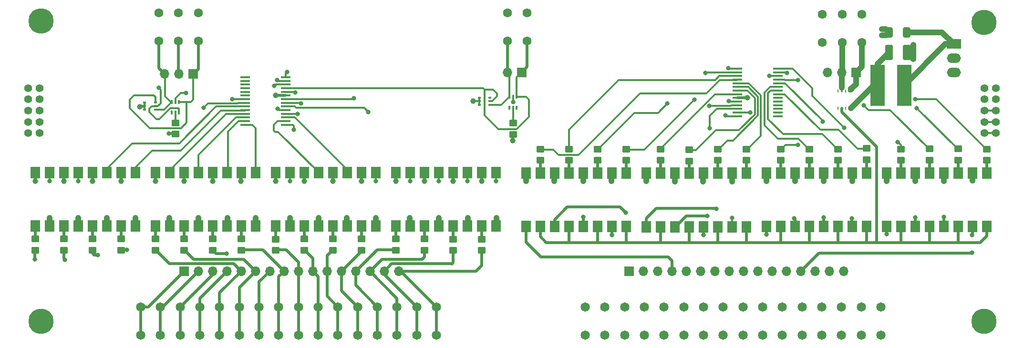
<source format=gbr>
%TF.GenerationSoftware,KiCad,Pcbnew,7.0.9*%
%TF.CreationDate,2023-12-12T00:43:06+00:00*%
%TF.ProjectId,Robust-IO-Expander,526f6275-7374-42d4-994f-2d457870616e,V1*%
%TF.SameCoordinates,Original*%
%TF.FileFunction,Copper,L1,Top*%
%TF.FilePolarity,Positive*%
%FSLAX46Y46*%
G04 Gerber Fmt 4.6, Leading zero omitted, Abs format (unit mm)*
G04 Created by KiCad (PCBNEW 7.0.9) date 2023-12-12 00:43:06*
%MOMM*%
%LPD*%
G01*
G04 APERTURE LIST*
G04 Aperture macros list*
%AMRoundRect*
0 Rectangle with rounded corners*
0 $1 Rounding radius*
0 $2 $3 $4 $5 $6 $7 $8 $9 X,Y pos of 4 corners*
0 Add a 4 corners polygon primitive as box body*
4,1,4,$2,$3,$4,$5,$6,$7,$8,$9,$2,$3,0*
0 Add four circle primitives for the rounded corners*
1,1,$1+$1,$2,$3*
1,1,$1+$1,$4,$5*
1,1,$1+$1,$6,$7*
1,1,$1+$1,$8,$9*
0 Add four rect primitives between the rounded corners*
20,1,$1+$1,$2,$3,$4,$5,0*
20,1,$1+$1,$4,$5,$6,$7,0*
20,1,$1+$1,$6,$7,$8,$9,0*
20,1,$1+$1,$8,$9,$2,$3,0*%
G04 Aperture macros list end*
%TA.AperFunction,SMDPad,CuDef*%
%ADD10RoundRect,0.250000X0.450000X-0.350000X0.450000X0.350000X-0.450000X0.350000X-0.450000X-0.350000X0*%
%TD*%
%TA.AperFunction,SMDPad,CuDef*%
%ADD11RoundRect,0.250000X-0.450000X0.350000X-0.450000X-0.350000X0.450000X-0.350000X0.450000X0.350000X0*%
%TD*%
%TA.AperFunction,ComponentPad*%
%ADD12C,4.500000*%
%TD*%
%TA.AperFunction,ComponentPad*%
%ADD13R,1.700000X1.700000*%
%TD*%
%TA.AperFunction,ComponentPad*%
%ADD14O,1.700000X1.700000*%
%TD*%
%TA.AperFunction,SMDPad,CuDef*%
%ADD15R,1.780000X2.000000*%
%TD*%
%TA.AperFunction,ComponentPad*%
%ADD16C,1.600200*%
%TD*%
%TA.AperFunction,SMDPad,CuDef*%
%ADD17RoundRect,0.250000X0.412500X0.650000X-0.412500X0.650000X-0.412500X-0.650000X0.412500X-0.650000X0*%
%TD*%
%TA.AperFunction,ComponentPad*%
%ADD18R,2.500000X1.700000*%
%TD*%
%TA.AperFunction,ComponentPad*%
%ADD19O,2.500000X1.700000*%
%TD*%
%TA.AperFunction,SMDPad,CuDef*%
%ADD20R,0.279400X0.508000*%
%TD*%
%TA.AperFunction,SMDPad,CuDef*%
%ADD21R,0.600000X0.420000*%
%TD*%
%TA.AperFunction,SMDPad,CuDef*%
%ADD22O,0.600000X0.420000*%
%TD*%
%TA.AperFunction,ComponentPad*%
%ADD23C,1.397000*%
%TD*%
%TA.AperFunction,SMDPad,CuDef*%
%ADD24R,1.750000X0.450000*%
%TD*%
%TA.AperFunction,SMDPad,CuDef*%
%ADD25RoundRect,0.250000X-0.412500X-1.100000X0.412500X-1.100000X0.412500X1.100000X-0.412500X1.100000X0*%
%TD*%
%TA.AperFunction,ComponentPad*%
%ADD26C,1.650000*%
%TD*%
%TA.AperFunction,SMDPad,CuDef*%
%ADD27R,0.400000X0.650000*%
%TD*%
%TA.AperFunction,SMDPad,CuDef*%
%ADD28R,2.590800X7.289800*%
%TD*%
%TA.AperFunction,ViaPad*%
%ADD29C,0.800000*%
%TD*%
%TA.AperFunction,ViaPad*%
%ADD30C,1.000000*%
%TD*%
%TA.AperFunction,Conductor*%
%ADD31C,0.500000*%
%TD*%
%TA.AperFunction,Conductor*%
%ADD32C,0.320000*%
%TD*%
%TA.AperFunction,Conductor*%
%ADD33C,1.000000*%
%TD*%
G04 APERTURE END LIST*
D10*
%TO.P,R14,1*%
%TO.N,Net-(R14-Pad1)*%
X219456000Y-101941500D03*
%TO.P,R14,2*%
%TO.N,Out13*%
X219456000Y-99941500D03*
%TD*%
%TO.P,R16,1*%
%TO.N,Net-(R16-Pad1)*%
X209296000Y-101988500D03*
%TO.P,R16,2*%
%TO.N,Out15*%
X209296000Y-99988500D03*
%TD*%
D11*
%TO.P,R21,1*%
%TO.N,Net-(R21-Pad1)*%
X119634000Y-115943500D03*
%TO.P,R21,2*%
%TO.N,EIN12*%
X119634000Y-117943500D03*
%TD*%
D10*
%TO.P,R9,1*%
%TO.N,Net-(R9-Pad1)*%
X203200000Y-101838000D03*
%TO.P,R9,2*%
%TO.N,Out8*%
X203200000Y-99838000D03*
%TD*%
D11*
%TO.P,R23,1*%
%TO.N,Net-(R23-Pad1)*%
X129794000Y-115990500D03*
%TO.P,R23,2*%
%TO.N,EIN14*%
X129794000Y-117990500D03*
%TD*%
D10*
%TO.P,R12,1*%
%TO.N,Net-(R12-Pad1)*%
X187960000Y-101988500D03*
%TO.P,R12,2*%
%TO.N,Out11*%
X187960000Y-99988500D03*
%TD*%
%TO.P,R1,1*%
%TO.N,Net-(R1-Pad1)*%
X160528000Y-101988500D03*
%TO.P,R1,2*%
%TO.N,Out0*%
X160528000Y-99988500D03*
%TD*%
%TO.P,R13,1*%
%TO.N,Net-(R13-Pad1)*%
X224536000Y-101988500D03*
%TO.P,R13,2*%
%TO.N,Out12*%
X224536000Y-99988500D03*
%TD*%
D12*
%TO.P,H1,1,1*%
%TO.N,unconnected-(H1-Pad1)*%
X56642000Y-130556000D03*
%TD*%
D13*
%TO.P,J2,1,Pin_1*%
%TO.N,InCS*%
X141966000Y-86374900D03*
D14*
%TO.P,J2,2,Pin_2*%
%TO.N,OutCS*%
X139426000Y-86374900D03*
%TD*%
D15*
%TO.P,U7,1*%
%TO.N,Net-(R1-Pad1)*%
X160528000Y-104201000D03*
%TO.P,U7,2*%
%TO.N,GND*%
X157988000Y-104201000D03*
%TO.P,U7,3*%
%TO.N,Net-(R2-Pad1)*%
X155448000Y-104201000D03*
%TO.P,U7,4*%
%TO.N,GND*%
X152908000Y-104201000D03*
%TO.P,U7,5*%
%TO.N,Net-(R3-Pad1)*%
X150368000Y-104201000D03*
%TO.P,U7,6*%
%TO.N,GND*%
X147828000Y-104201000D03*
%TO.P,U7,7*%
%TO.N,Net-(R4-Pad1)*%
X145288000Y-104201000D03*
%TO.P,U7,8*%
%TO.N,GND*%
X142748000Y-104201000D03*
%TO.P,U7,9*%
%TO.N,EOUT3*%
X142748000Y-113731000D03*
%TO.P,U7,10*%
%TO.N,+24V*%
X145288000Y-113731000D03*
%TO.P,U7,11*%
%TO.N,EOUT2*%
X147828000Y-113731000D03*
%TO.P,U7,12*%
%TO.N,+24V*%
X150368000Y-113731000D03*
%TO.P,U7,13*%
%TO.N,EOUT1*%
X152908000Y-113731000D03*
%TO.P,U7,14*%
%TO.N,+24V*%
X155448000Y-113731000D03*
%TO.P,U7,15*%
%TO.N,EOUT0*%
X157988000Y-113731000D03*
%TO.P,U7,16*%
%TO.N,+24V*%
X160528000Y-113731000D03*
%TD*%
D10*
%TO.P,R10,1*%
%TO.N,Net-(R10-Pad1)*%
X198120000Y-101988500D03*
%TO.P,R10,2*%
%TO.N,Out9*%
X198120000Y-99988500D03*
%TD*%
D11*
%TO.P,R30,1*%
%TO.N,Net-(R30-Pad1)*%
X82042000Y-115943500D03*
%TO.P,R30,2*%
%TO.N,EIN5*%
X82042000Y-117943500D03*
%TD*%
D10*
%TO.P,R2,1*%
%TO.N,Net-(R2-Pad1)*%
X155448000Y-101988500D03*
%TO.P,R2,2*%
%TO.N,Out1*%
X155448000Y-99988500D03*
%TD*%
D16*
%TO.P,J11,1,1*%
%TO.N,SCK*%
X84582001Y-80772000D03*
%TO.P,J11,2,2*%
X84582001Y-75772000D03*
%TO.P,J11,3,3*%
%TO.N,MOSI*%
X81082001Y-80772000D03*
%TO.P,J11,4,4*%
X81082001Y-75772000D03*
%TO.P,J11,5,5*%
%TO.N,MISO*%
X77582000Y-80772000D03*
%TO.P,J11,6,6*%
X77582000Y-75772000D03*
%TD*%
D11*
%TO.P,R25,1*%
%TO.N,Net-(R25-Pad1)*%
X55626000Y-115943500D03*
%TO.P,R25,2*%
%TO.N,EIN0*%
X55626000Y-117943500D03*
%TD*%
D13*
%TO.P,J4,1,Pin_1*%
%TO.N,SCK*%
X83678000Y-86665000D03*
D14*
%TO.P,J4,2,Pin_2*%
%TO.N,MOSI*%
X81138000Y-86665000D03*
%TO.P,J4,3,Pin_3*%
%TO.N,MISO*%
X78598000Y-86665000D03*
%TD*%
D11*
%TO.P,R26,1*%
%TO.N,Net-(R26-Pad1)*%
X60706000Y-115943500D03*
%TO.P,R26,2*%
%TO.N,EIN1*%
X60706000Y-117943500D03*
%TD*%
D10*
%TO.P,R11,1*%
%TO.N,Net-(R11-Pad1)*%
X193040000Y-101988500D03*
%TO.P,R11,2*%
%TO.N,Out10*%
X193040000Y-99988500D03*
%TD*%
D11*
%TO.P,R31,1*%
%TO.N,Net-(R31-Pad1)*%
X87122000Y-115943500D03*
%TO.P,R31,2*%
%TO.N,EIN6*%
X87122000Y-117943500D03*
%TD*%
%TO.P,R29,1*%
%TO.N,Net-(R29-Pad1)*%
X76962000Y-115943500D03*
%TO.P,R29,2*%
%TO.N,EIN4*%
X76962000Y-117943500D03*
%TD*%
%TO.P,R18,1*%
%TO.N,Net-(R18-Pad1)*%
X103378000Y-115943500D03*
%TO.P,R18,2*%
%TO.N,EIN9*%
X103378000Y-117943500D03*
%TD*%
D12*
%TO.P,H2,1,1*%
%TO.N,unconnected-(H2-Pad1)*%
X224028000Y-130556000D03*
%TD*%
D10*
%TO.P,R15,1*%
%TO.N,Net-(R15-Pad1)*%
X214376000Y-101941500D03*
%TO.P,R15,2*%
%TO.N,Out14*%
X214376000Y-99941500D03*
%TD*%
D11*
%TO.P,R28,1*%
%TO.N,Net-(R28-Pad1)*%
X70866000Y-115943500D03*
%TO.P,R28,2*%
%TO.N,EIN3*%
X70866000Y-117943500D03*
%TD*%
D15*
%TO.P,U5,1*%
%TO.N,Net-(R17-Pad1)*%
X98298000Y-113670000D03*
%TO.P,U5,2*%
%TO.N,GND*%
X100838000Y-113670000D03*
%TO.P,U5,3*%
%TO.N,Net-(R18-Pad1)*%
X103378000Y-113670000D03*
%TO.P,U5,4*%
%TO.N,GND*%
X105918000Y-113670000D03*
%TO.P,U5,5*%
%TO.N,Net-(R19-Pad1)*%
X108458000Y-113670000D03*
%TO.P,U5,6*%
%TO.N,GND*%
X110998000Y-113670000D03*
%TO.P,U5,7*%
%TO.N,Net-(R20-Pad1)*%
X113538000Y-113670000D03*
%TO.P,U5,8*%
%TO.N,GND*%
X116078000Y-113670000D03*
%TO.P,U5,9*%
%TO.N,IN11*%
X116078000Y-104140000D03*
%TO.P,U5,10*%
%TO.N,+3.3V*%
X113538000Y-104140000D03*
%TO.P,U5,11*%
%TO.N,IN10*%
X110998000Y-104140000D03*
%TO.P,U5,12*%
%TO.N,+3.3V*%
X108458000Y-104140000D03*
%TO.P,U5,13*%
%TO.N,IN9*%
X105918000Y-104140000D03*
%TO.P,U5,14*%
%TO.N,+3.3V*%
X103378000Y-104140000D03*
%TO.P,U5,15*%
%TO.N,IN8*%
X100838000Y-104140000D03*
%TO.P,U5,16*%
%TO.N,+3.3V*%
X98298000Y-104140000D03*
%TD*%
D13*
%TO.P,J7,1,Pin_1*%
%TO.N,EOUT0*%
X161036000Y-121666000D03*
D14*
%TO.P,J7,2,Pin_2*%
%TO.N,EOUT1*%
X163576000Y-121666000D03*
%TO.P,J7,3,Pin_3*%
%TO.N,EOUT2*%
X166116000Y-121666000D03*
%TO.P,J7,4,Pin_4*%
%TO.N,EOUT3*%
X168656000Y-121666000D03*
%TO.P,J7,5,Pin_5*%
%TO.N,EOUT4*%
X171196000Y-121666000D03*
%TO.P,J7,6,Pin_6*%
%TO.N,EOUT5*%
X173736000Y-121666000D03*
%TO.P,J7,7,Pin_7*%
%TO.N,EOUT6*%
X176276000Y-121666000D03*
%TO.P,J7,8,Pin_8*%
%TO.N,EOUT7*%
X178816000Y-121666000D03*
%TO.P,J7,9,Pin_9*%
%TO.N,EOUT8*%
X181356000Y-121666000D03*
%TO.P,J7,10,Pin_10*%
%TO.N,EOUT9*%
X183896000Y-121666000D03*
%TO.P,J7,11,Pin_11*%
%TO.N,EOUT10*%
X186436000Y-121666000D03*
%TO.P,J7,12,Pin_12*%
%TO.N,EOUT11*%
X188976000Y-121666000D03*
%TO.P,J7,13,Pin_13*%
%TO.N,EOUT12*%
X191516000Y-121666000D03*
%TO.P,J7,14,Pin_14*%
%TO.N,EOUT13*%
X194056000Y-121666000D03*
%TO.P,J7,15,Pin_15*%
%TO.N,EOUT14*%
X196596000Y-121666000D03*
%TO.P,J7,16,Pin_16*%
%TO.N,EOUT15*%
X199136000Y-121666000D03*
%TD*%
D11*
%TO.P,R17,1*%
%TO.N,Net-(R17-Pad1)*%
X98298000Y-115990500D03*
%TO.P,R17,2*%
%TO.N,EIN8*%
X98298000Y-117990500D03*
%TD*%
D16*
%TO.P,J3,1,1*%
%TO.N,InCS*%
X142946002Y-80772000D03*
%TO.P,J3,2,2*%
X142946002Y-75772000D03*
%TO.P,J3,3,3*%
%TO.N,OutCS*%
X139445999Y-80772000D03*
%TO.P,J3,4,4*%
X139445999Y-75772000D03*
%TD*%
D11*
%TO.P,R33,1*%
%TO.N,Net-(R33-Pad1)*%
X80518000Y-95317000D03*
%TO.P,R33,2*%
%TO.N,+3.3V*%
X80518000Y-97317000D03*
%TD*%
D10*
%TO.P,R6,1*%
%TO.N,Net-(R6-Pad1)*%
X176784000Y-101990400D03*
%TO.P,R6,2*%
%TO.N,Out5*%
X176784000Y-99990400D03*
%TD*%
D17*
%TO.P,C2,1*%
%TO.N,Net-(U11-IN)*%
X210350500Y-79248000D03*
%TO.P,C2,2*%
%TO.N,GND*%
X207225500Y-79248000D03*
%TD*%
D11*
%TO.P,R24,1*%
%TO.N,Net-(R24-Pad1)*%
X134874000Y-115990500D03*
%TO.P,R24,2*%
%TO.N,EIN15*%
X134874000Y-117990500D03*
%TD*%
D18*
%TO.P,U11,1,IN*%
%TO.N,Net-(U11-IN)*%
X218694000Y-81322500D03*
D19*
%TO.P,U11,2,GND*%
%TO.N,GND*%
X218694000Y-83862500D03*
%TO.P,U11,3,OUT*%
%TO.N,+3.3V*%
X218694000Y-86402500D03*
%TD*%
D20*
%TO.P,R36,1,1*%
%TO.N,Net-(J12-Pin_1)*%
X200110979Y-89687400D03*
%TO.P,R36,2,2*%
%TO.N,unconnected-(R36-Pad2)*%
X199460993Y-89687400D03*
%TO.P,R36,3,3*%
%TO.N,Net-(J12-Pin_2)*%
X198811007Y-89687400D03*
%TO.P,R36,4,4*%
%TO.N,unconnected-(R36-Pad4)*%
X198161021Y-89687400D03*
%TO.P,R36,5,5*%
%TO.N,unconnected-(R36-Pad5)*%
X198161021Y-92684600D03*
%TO.P,R36,6,6*%
%TO.N,+24V*%
X198811007Y-92684600D03*
%TO.P,R36,7,7*%
%TO.N,unconnected-(R36-Pad7)*%
X199460993Y-92684600D03*
%TO.P,R36,8,8*%
%TO.N,VCC*%
X200110979Y-92684600D03*
%TD*%
D11*
%TO.P,R27,1*%
%TO.N,Net-(R27-Pad1)*%
X65786000Y-115943500D03*
%TO.P,R27,2*%
%TO.N,EIN2*%
X65786000Y-117943500D03*
%TD*%
D15*
%TO.P,U4,1*%
%TO.N,Net-(R29-Pad1)*%
X76962000Y-113670000D03*
%TO.P,U4,2*%
%TO.N,GND*%
X79502000Y-113670000D03*
%TO.P,U4,3*%
%TO.N,Net-(R30-Pad1)*%
X82042000Y-113670000D03*
%TO.P,U4,4*%
%TO.N,GND*%
X84582000Y-113670000D03*
%TO.P,U4,5*%
%TO.N,Net-(R31-Pad1)*%
X87122000Y-113670000D03*
%TO.P,U4,6*%
%TO.N,GND*%
X89662000Y-113670000D03*
%TO.P,U4,7*%
%TO.N,Net-(R32-Pad1)*%
X92202000Y-113670000D03*
%TO.P,U4,8*%
%TO.N,GND*%
X94742000Y-113670000D03*
%TO.P,U4,9*%
%TO.N,IN7*%
X94742000Y-104140000D03*
%TO.P,U4,10*%
%TO.N,+3.3V*%
X92202000Y-104140000D03*
%TO.P,U4,11*%
%TO.N,IN6*%
X89662000Y-104140000D03*
%TO.P,U4,12*%
%TO.N,+3.3V*%
X87122000Y-104140000D03*
%TO.P,U4,13*%
%TO.N,IN5*%
X84582000Y-104140000D03*
%TO.P,U4,14*%
%TO.N,+3.3V*%
X82042000Y-104140000D03*
%TO.P,U4,15*%
%TO.N,IN4*%
X79502000Y-104140000D03*
%TO.P,U4,16*%
%TO.N,+3.3V*%
X76962000Y-104140000D03*
%TD*%
D21*
%TO.P,U15,1,A1*%
%TO.N,OutCS*%
X136332001Y-92130899D03*
D22*
%TO.P,U15,2,A2*%
%TO.N,InCS*%
X136332001Y-91480900D03*
%TO.P,U15,3,A3*%
%TO.N,unconnected-(U15-A3-Pad3)*%
X136332001Y-90830901D03*
%TO.P,U15,4,C3*%
%TO.N,GND*%
X134431999Y-90830901D03*
%TO.P,U15,5,C2*%
X134431999Y-91480900D03*
%TO.P,U15,6,C1*%
X134431999Y-92130899D03*
%TD*%
D15*
%TO.P,U9,1*%
%TO.N,Net-(R9-Pad1)*%
X203200000Y-104201000D03*
%TO.P,U9,2*%
%TO.N,GND*%
X200660000Y-104201000D03*
%TO.P,U9,3*%
%TO.N,Net-(R10-Pad1)*%
X198120000Y-104201000D03*
%TO.P,U9,4*%
%TO.N,GND*%
X195580000Y-104201000D03*
%TO.P,U9,5*%
%TO.N,Net-(R11-Pad1)*%
X193040000Y-104201000D03*
%TO.P,U9,6*%
%TO.N,GND*%
X190500000Y-104201000D03*
%TO.P,U9,7*%
%TO.N,Net-(R12-Pad1)*%
X187960000Y-104201000D03*
%TO.P,U9,8*%
%TO.N,GND*%
X185420000Y-104201000D03*
%TO.P,U9,9*%
%TO.N,EOUT11*%
X185420000Y-113731000D03*
%TO.P,U9,10*%
%TO.N,+24V*%
X187960000Y-113731000D03*
%TO.P,U9,11*%
%TO.N,EOUT10*%
X190500000Y-113731000D03*
%TO.P,U9,12*%
%TO.N,+24V*%
X193040000Y-113731000D03*
%TO.P,U9,13*%
%TO.N,EOUT9*%
X195580000Y-113731000D03*
%TO.P,U9,14*%
%TO.N,+24V*%
X198120000Y-113731000D03*
%TO.P,U9,15*%
%TO.N,EOUT8*%
X200660000Y-113731000D03*
%TO.P,U9,16*%
%TO.N,+24V*%
X203200000Y-113731000D03*
%TD*%
D10*
%TO.P,R5,1*%
%TO.N,Net-(R5-Pad1)*%
X181864000Y-101990400D03*
%TO.P,R5,2*%
%TO.N,Out4*%
X181864000Y-99990400D03*
%TD*%
D23*
%TO.P,J9,1,1*%
%TO.N,SCK*%
X54405399Y-97155000D03*
%TO.P,J9,2,2*%
X56405401Y-97155000D03*
%TO.P,J9,3,3*%
%TO.N,MOSI*%
X54405399Y-95155001D03*
%TO.P,J9,4,4*%
X56405401Y-95155001D03*
%TO.P,J9,5,5*%
%TO.N,MISO*%
X54405399Y-93155000D03*
%TO.P,J9,6,6*%
X56405401Y-93155000D03*
%TO.P,J9,7,7*%
%TO.N,GND*%
X54405399Y-91154999D03*
%TO.P,J9,8,8*%
X56405401Y-91154999D03*
%TO.P,J9,9,9*%
%TO.N,unconnected-(J9-Pad9)*%
X54405399Y-89155001D03*
%TO.P,J9,10,10*%
%TO.N,unconnected-(J9-Pad10)*%
X56405401Y-89155001D03*
%TD*%
D11*
%TO.P,R32,1*%
%TO.N,Net-(R32-Pad1)*%
X92202000Y-115943500D03*
%TO.P,R32,2*%
%TO.N,EIN7*%
X92202000Y-117943500D03*
%TD*%
%TO.P,R19,1*%
%TO.N,Net-(R19-Pad1)*%
X108458000Y-115943500D03*
%TO.P,R19,2*%
%TO.N,EIN10*%
X108458000Y-117943500D03*
%TD*%
D10*
%TO.P,R7,1*%
%TO.N,Net-(R7-Pad1)*%
X171704000Y-102092000D03*
%TO.P,R7,2*%
%TO.N,Out6*%
X171704000Y-100092000D03*
%TD*%
D24*
%TO.P,U2,1,GPB0*%
%TO.N,Out0*%
X180252000Y-85691000D03*
%TO.P,U2,2,GPB1*%
%TO.N,Out1*%
X180252000Y-86341000D03*
%TO.P,U2,3,GPB2*%
%TO.N,Out2*%
X180252000Y-86991000D03*
%TO.P,U2,4,GPB3*%
%TO.N,Out3*%
X180252000Y-87641000D03*
%TO.P,U2,5,GPB4*%
%TO.N,Out4*%
X180252000Y-88291000D03*
%TO.P,U2,6,GPB5*%
%TO.N,Out5*%
X180252000Y-88941000D03*
%TO.P,U2,7,GPB6*%
%TO.N,Out6*%
X180252000Y-89591000D03*
%TO.P,U2,8,GPB7*%
%TO.N,Out7*%
X180252000Y-90241000D03*
%TO.P,U2,9,VDD*%
%TO.N,+3.3V*%
X180252000Y-90891000D03*
%TO.P,U2,10,VSS*%
%TO.N,GND*%
X180252000Y-91541000D03*
%TO.P,U2,11,~{CS}*%
%TO.N,OutCS*%
X180252000Y-92191000D03*
%TO.P,U2,12,SCK*%
%TO.N,SCK*%
X180252000Y-92841000D03*
%TO.P,U2,13,SI*%
%TO.N,MOSI*%
X180252000Y-93491000D03*
%TO.P,U2,14,SO*%
%TO.N,MISO*%
X180252000Y-94141000D03*
%TO.P,U2,15,A0*%
%TO.N,unconnected-(U2-A0-Pad15)*%
X187452000Y-94141000D03*
%TO.P,U2,16,A1*%
%TO.N,unconnected-(U2-A1-Pad16)*%
X187452000Y-93491000D03*
%TO.P,U2,17,A2*%
%TO.N,unconnected-(U2-A2-Pad17)*%
X187452000Y-92841000D03*
%TO.P,U2,18,~{RESET}*%
%TO.N,unconnected-(U2-~{RESET}-Pad18)*%
X187452000Y-92191000D03*
%TO.P,U2,19,INTB*%
%TO.N,unconnected-(U2-INTB-Pad19)*%
X187452000Y-91541000D03*
%TO.P,U2,20,INTA*%
%TO.N,unconnected-(U2-INTA-Pad20)*%
X187452000Y-90891000D03*
%TO.P,U2,21,GPA0*%
%TO.N,Out8*%
X187452000Y-90241000D03*
%TO.P,U2,22,GPA1*%
%TO.N,Out9*%
X187452000Y-89591000D03*
%TO.P,U2,23,GPA2*%
%TO.N,Out10*%
X187452000Y-88941000D03*
%TO.P,U2,24,GPA3*%
%TO.N,Out11*%
X187452000Y-88291000D03*
%TO.P,U2,25,GPA4*%
%TO.N,Out12*%
X187452000Y-87641000D03*
%TO.P,U2,26,GPA5*%
%TO.N,Out13*%
X187452000Y-86991000D03*
%TO.P,U2,27,GPA6*%
%TO.N,Out14*%
X187452000Y-86341000D03*
%TO.P,U2,28,GPA7*%
%TO.N,Out15*%
X187452000Y-85691000D03*
%TD*%
D16*
%TO.P,J8,1,1*%
%TO.N,Net-(J12-Pin_1)*%
X202382001Y-81026000D03*
%TO.P,J8,2,2*%
X202382001Y-76026000D03*
%TO.P,J8,3,3*%
%TO.N,Net-(J12-Pin_2)*%
X198882001Y-81026000D03*
%TO.P,J8,4,4*%
X198882001Y-76026000D03*
%TO.P,J8,5,5*%
%TO.N,GND*%
X195382000Y-81026000D03*
%TO.P,J8,6,6*%
X195382000Y-76026000D03*
%TD*%
D25*
%TO.P,C1,1*%
%TO.N,VCC*%
X207225500Y-82804000D03*
%TO.P,C1,2*%
%TO.N,GND*%
X210350500Y-82804000D03*
%TD*%
D13*
%TO.P,J1,1,Pin_1*%
%TO.N,EIN0*%
X82042000Y-121666000D03*
D14*
%TO.P,J1,2,Pin_2*%
%TO.N,EIN1*%
X84582000Y-121666000D03*
%TO.P,J1,3,Pin_3*%
%TO.N,EIN2*%
X87122000Y-121666000D03*
%TO.P,J1,4,Pin_4*%
%TO.N,EIN3*%
X89662000Y-121666000D03*
%TO.P,J1,5,Pin_5*%
%TO.N,EIN4*%
X92202000Y-121666000D03*
%TO.P,J1,6,Pin_6*%
%TO.N,EIN5*%
X94742000Y-121666000D03*
%TO.P,J1,7,Pin_7*%
%TO.N,EIN6*%
X97282000Y-121666000D03*
%TO.P,J1,8,Pin_8*%
%TO.N,EIN7*%
X99822000Y-121666000D03*
%TO.P,J1,9,Pin_9*%
%TO.N,EIN8*%
X102362000Y-121666000D03*
%TO.P,J1,10,Pin_10*%
%TO.N,EIN9*%
X104902000Y-121666000D03*
%TO.P,J1,11,Pin_11*%
%TO.N,EIN10*%
X107442000Y-121666000D03*
%TO.P,J1,12,Pin_12*%
%TO.N,EIN11*%
X109982000Y-121666000D03*
%TO.P,J1,13,Pin_13*%
%TO.N,EIN12*%
X112522000Y-121666000D03*
%TO.P,J1,14,Pin_14*%
%TO.N,EIN13*%
X115062000Y-121666000D03*
%TO.P,J1,15,Pin_15*%
%TO.N,EIN14*%
X117602000Y-121666000D03*
%TO.P,J1,16,Pin_16*%
%TO.N,EIN15*%
X120142000Y-121666000D03*
%TD*%
D26*
%TO.P,J6,1,1*%
%TO.N,EOUT0*%
X153270000Y-128016000D03*
%TO.P,J6,2,2*%
%TO.N,EOUT1*%
X156770000Y-128016000D03*
%TO.P,J6,3,3*%
%TO.N,EOUT2*%
X160270000Y-128016000D03*
%TO.P,J6,4,4*%
%TO.N,EOUT3*%
X163770000Y-128016000D03*
%TO.P,J6,5,5*%
%TO.N,EOUT4*%
X167270000Y-128016000D03*
%TO.P,J6,6,6*%
%TO.N,EOUT5*%
X170770000Y-128016000D03*
%TO.P,J6,7,7*%
%TO.N,EOUT6*%
X174270000Y-128016000D03*
%TO.P,J6,8,8*%
%TO.N,EOUT7*%
X177770000Y-128016000D03*
%TO.P,J6,9,9*%
%TO.N,EOUT8*%
X181270000Y-128016000D03*
%TO.P,J6,10,10*%
%TO.N,EOUT9*%
X184770000Y-128016000D03*
%TO.P,J6,11,11*%
%TO.N,EOUT10*%
X188270000Y-128016000D03*
%TO.P,J6,12,12*%
%TO.N,EOUT11*%
X191770000Y-128016000D03*
%TO.P,J6,13,13*%
%TO.N,EOUT12*%
X195270000Y-128016000D03*
%TO.P,J6,14,14*%
%TO.N,EOUT13*%
X198770000Y-128016000D03*
%TO.P,J6,15,15*%
%TO.N,EOUT14*%
X202270000Y-128016000D03*
%TO.P,J6,16,16*%
%TO.N,EOUT15*%
X205770000Y-128016000D03*
%TO.P,J6,17,17*%
X205770000Y-133016000D03*
%TO.P,J6,18,18*%
%TO.N,EOUT14*%
X202270000Y-133016000D03*
%TO.P,J6,19,19*%
%TO.N,EOUT13*%
X198770000Y-133016000D03*
%TO.P,J6,20,20*%
%TO.N,EOUT12*%
X195270000Y-133016000D03*
%TO.P,J6,21,21*%
%TO.N,EOUT11*%
X191770000Y-133016000D03*
%TO.P,J6,22,22*%
%TO.N,EOUT10*%
X188270000Y-133016000D03*
%TO.P,J6,23,23*%
%TO.N,EOUT9*%
X184770000Y-133016000D03*
%TO.P,J6,24,24*%
%TO.N,EOUT8*%
X181270000Y-133016000D03*
%TO.P,J6,25,25*%
%TO.N,EOUT7*%
X177770000Y-133016000D03*
%TO.P,J6,26,26*%
%TO.N,EOUT6*%
X174270000Y-133016000D03*
%TO.P,J6,27,27*%
%TO.N,EOUT5*%
X170770000Y-133016000D03*
%TO.P,J6,28,28*%
%TO.N,EOUT4*%
X167270000Y-133016000D03*
%TO.P,J6,29,29*%
%TO.N,EOUT3*%
X163770000Y-133016000D03*
%TO.P,J6,30,30*%
%TO.N,EOUT2*%
X160270000Y-133016000D03*
%TO.P,J6,31,31*%
%TO.N,EOUT1*%
X156770000Y-133016000D03*
%TO.P,J6,32,32*%
%TO.N,EOUT0*%
X153270000Y-133016000D03*
%TD*%
D12*
%TO.P,H3,1,1*%
%TO.N,unconnected-(H3-Pad1)*%
X56642000Y-77216000D03*
%TD*%
D13*
%TO.P,J12,1,Pin_1*%
%TO.N,Net-(J12-Pin_1)*%
X201351000Y-86360000D03*
D14*
%TO.P,J12,2,Pin_2*%
%TO.N,Net-(J12-Pin_2)*%
X198811000Y-86360000D03*
%TO.P,J12,3,Pin_3*%
%TO.N,GND*%
X196271000Y-86360000D03*
%TD*%
D10*
%TO.P,R8,1*%
%TO.N,Net-(R8-Pad1)*%
X166624000Y-101990400D03*
%TO.P,R8,2*%
%TO.N,Out7*%
X166624000Y-99990400D03*
%TD*%
%TO.P,R4,1*%
%TO.N,Net-(R4-Pad1)*%
X145288000Y-101988500D03*
%TO.P,R4,2*%
%TO.N,Out3*%
X145288000Y-99988500D03*
%TD*%
D11*
%TO.P,R34,1*%
%TO.N,Net-(R34-Pad1)*%
X140462000Y-95359400D03*
%TO.P,R34,2*%
%TO.N,+3.3V*%
X140462000Y-97359400D03*
%TD*%
D15*
%TO.P,U8,1*%
%TO.N,Net-(R5-Pad1)*%
X181864000Y-104262000D03*
%TO.P,U8,2*%
%TO.N,GND*%
X179324000Y-104262000D03*
%TO.P,U8,3*%
%TO.N,Net-(R6-Pad1)*%
X176784000Y-104262000D03*
%TO.P,U8,4*%
%TO.N,GND*%
X174244000Y-104262000D03*
%TO.P,U8,5*%
%TO.N,Net-(R7-Pad1)*%
X171704000Y-104262000D03*
%TO.P,U8,6*%
%TO.N,GND*%
X169164000Y-104262000D03*
%TO.P,U8,7*%
%TO.N,Net-(R8-Pad1)*%
X166624000Y-104262000D03*
%TO.P,U8,8*%
%TO.N,GND*%
X164084000Y-104262000D03*
%TO.P,U8,9*%
%TO.N,EOUT7*%
X164084000Y-113792000D03*
%TO.P,U8,10*%
%TO.N,+24V*%
X166624000Y-113792000D03*
%TO.P,U8,11*%
%TO.N,EOUT6*%
X169164000Y-113792000D03*
%TO.P,U8,12*%
%TO.N,+24V*%
X171704000Y-113792000D03*
%TO.P,U8,13*%
%TO.N,EOUT5*%
X174244000Y-113792000D03*
%TO.P,U8,14*%
%TO.N,+24V*%
X176784000Y-113792000D03*
%TO.P,U8,15*%
%TO.N,EOUT4*%
X179324000Y-113792000D03*
%TO.P,U8,16*%
%TO.N,+24V*%
X181864000Y-113792000D03*
%TD*%
D24*
%TO.P,U1,1,GPB0*%
%TO.N,IN8*%
X100120000Y-95665000D03*
%TO.P,U1,2,GPB1*%
%TO.N,IN9*%
X100120000Y-95015000D03*
%TO.P,U1,3,GPB2*%
%TO.N,IN10*%
X100120000Y-94365000D03*
%TO.P,U1,4,GPB3*%
%TO.N,IN11*%
X100120000Y-93715000D03*
%TO.P,U1,5,GPB4*%
%TO.N,IN12*%
X100120000Y-93065000D03*
%TO.P,U1,6,GPB5*%
%TO.N,IN13*%
X100120000Y-92415000D03*
%TO.P,U1,7,GPB6*%
%TO.N,IN14*%
X100120000Y-91765000D03*
%TO.P,U1,8,GPB7*%
%TO.N,IN15*%
X100120000Y-91115000D03*
%TO.P,U1,9,VDD*%
%TO.N,+3.3V*%
X100120000Y-90465000D03*
%TO.P,U1,10,VSS*%
%TO.N,GND*%
X100120000Y-89815000D03*
%TO.P,U1,11,~{CS}*%
%TO.N,InCS*%
X100120000Y-89165000D03*
%TO.P,U1,12,SCK*%
%TO.N,SCK*%
X100120000Y-88515000D03*
%TO.P,U1,13,SI*%
%TO.N,MOSI*%
X100120000Y-87865000D03*
%TO.P,U1,14,SO*%
%TO.N,MISO*%
X100120000Y-87215000D03*
%TO.P,U1,15,A0*%
%TO.N,unconnected-(U1-A0-Pad15)*%
X92920000Y-87215000D03*
%TO.P,U1,16,A1*%
%TO.N,unconnected-(U1-A1-Pad16)*%
X92920000Y-87865000D03*
%TO.P,U1,17,A2*%
%TO.N,unconnected-(U1-A2-Pad17)*%
X92920000Y-88515000D03*
%TO.P,U1,18,~{RESET}*%
%TO.N,unconnected-(U1-~{RESET}-Pad18)*%
X92920000Y-89165000D03*
%TO.P,U1,19,INTB*%
%TO.N,unconnected-(U1-INTB-Pad19)*%
X92920000Y-89815000D03*
%TO.P,U1,20,INTA*%
%TO.N,unconnected-(U1-INTA-Pad20)*%
X92920000Y-90465000D03*
%TO.P,U1,21,GPA0*%
%TO.N,IN0*%
X92920000Y-91115000D03*
%TO.P,U1,22,GPA1*%
%TO.N,IN1*%
X92920000Y-91765000D03*
%TO.P,U1,23,GPA2*%
%TO.N,IN2*%
X92920000Y-92415000D03*
%TO.P,U1,24,GPA3*%
%TO.N,IN3*%
X92920000Y-93065000D03*
%TO.P,U1,25,GPA4*%
%TO.N,IN4*%
X92920000Y-93715000D03*
%TO.P,U1,26,GPA5*%
%TO.N,IN5*%
X92920000Y-94365000D03*
%TO.P,U1,27,GPA6*%
%TO.N,IN6*%
X92920000Y-95015000D03*
%TO.P,U1,28,GPA7*%
%TO.N,IN7*%
X92920000Y-95665000D03*
%TD*%
D21*
%TO.P,U14,1,A1*%
%TO.N,MISO*%
X76942001Y-92993999D03*
D22*
%TO.P,U14,2,A2*%
%TO.N,MOSI*%
X76942001Y-92344000D03*
%TO.P,U14,3,A3*%
%TO.N,SCK*%
X76942001Y-91694001D03*
%TO.P,U14,4,C3*%
%TO.N,GND*%
X75041999Y-91694001D03*
%TO.P,U14,5,C2*%
X75041999Y-92344000D03*
%TO.P,U14,6,C1*%
X75041999Y-92993999D03*
%TD*%
D15*
%TO.P,U10,1*%
%TO.N,Net-(R13-Pad1)*%
X224536000Y-104201000D03*
%TO.P,U10,2*%
%TO.N,GND*%
X221996000Y-104201000D03*
%TO.P,U10,3*%
%TO.N,Net-(R14-Pad1)*%
X219456000Y-104201000D03*
%TO.P,U10,4*%
%TO.N,GND*%
X216916000Y-104201000D03*
%TO.P,U10,5*%
%TO.N,Net-(R15-Pad1)*%
X214376000Y-104201000D03*
%TO.P,U10,6*%
%TO.N,GND*%
X211836000Y-104201000D03*
%TO.P,U10,7*%
%TO.N,Net-(R16-Pad1)*%
X209296000Y-104201000D03*
%TO.P,U10,8*%
%TO.N,GND*%
X206756000Y-104201000D03*
%TO.P,U10,9*%
%TO.N,EOUT15*%
X206756000Y-113731000D03*
%TO.P,U10,10*%
%TO.N,+24V*%
X209296000Y-113731000D03*
%TO.P,U10,11*%
%TO.N,EOUT14*%
X211836000Y-113731000D03*
%TO.P,U10,12*%
%TO.N,+24V*%
X214376000Y-113731000D03*
%TO.P,U10,13*%
%TO.N,EOUT13*%
X216916000Y-113731000D03*
%TO.P,U10,14*%
%TO.N,+24V*%
X219456000Y-113731000D03*
%TO.P,U10,15*%
%TO.N,EOUT12*%
X221996000Y-113731000D03*
%TO.P,U10,16*%
%TO.N,+24V*%
X224536000Y-113731000D03*
%TD*%
%TO.P,U6,1*%
%TO.N,Net-(R21-Pad1)*%
X119634000Y-113670000D03*
%TO.P,U6,2*%
%TO.N,GND*%
X122174000Y-113670000D03*
%TO.P,U6,3*%
%TO.N,Net-(R22-Pad1)*%
X124714000Y-113670000D03*
%TO.P,U6,4*%
%TO.N,GND*%
X127254000Y-113670000D03*
%TO.P,U6,5*%
%TO.N,Net-(R23-Pad1)*%
X129794000Y-113670000D03*
%TO.P,U6,6*%
%TO.N,GND*%
X132334000Y-113670000D03*
%TO.P,U6,7*%
%TO.N,Net-(R24-Pad1)*%
X134874000Y-113670000D03*
%TO.P,U6,8*%
%TO.N,GND*%
X137414000Y-113670000D03*
%TO.P,U6,9*%
%TO.N,IN15*%
X137414000Y-104140000D03*
%TO.P,U6,10*%
%TO.N,+3.3V*%
X134874000Y-104140000D03*
%TO.P,U6,11*%
%TO.N,IN14*%
X132334000Y-104140000D03*
%TO.P,U6,12*%
%TO.N,+3.3V*%
X129794000Y-104140000D03*
%TO.P,U6,13*%
%TO.N,IN13*%
X127254000Y-104140000D03*
%TO.P,U6,14*%
%TO.N,+3.3V*%
X124714000Y-104140000D03*
%TO.P,U6,15*%
%TO.N,IN12*%
X122174000Y-104140000D03*
%TO.P,U6,16*%
%TO.N,+3.3V*%
X119634000Y-104140000D03*
%TD*%
D12*
%TO.P,H4,1,1*%
%TO.N,unconnected-(H4-Pad1)*%
X224028000Y-77470000D03*
%TD*%
D27*
%TO.P,U12,1*%
%TO.N,SCK*%
X81168000Y-91623000D03*
%TO.P,U12,2*%
%TO.N,GND*%
X80518000Y-91623000D03*
%TO.P,U12,3*%
%TO.N,MISO*%
X79868000Y-91623000D03*
%TO.P,U12,4*%
%TO.N,unconnected-(U12-Pad4)*%
X79868000Y-93523000D03*
%TO.P,U12,5*%
%TO.N,Net-(R33-Pad1)*%
X80518000Y-93523000D03*
%TO.P,U12,6*%
%TO.N,MOSI*%
X81168000Y-93523000D03*
%TD*%
D11*
%TO.P,R22,1*%
%TO.N,Net-(R22-Pad1)*%
X124714000Y-115943500D03*
%TO.P,R22,2*%
%TO.N,EIN13*%
X124714000Y-117943500D03*
%TD*%
%TO.P,R20,1*%
%TO.N,Net-(R20-Pad1)*%
X113538000Y-115943500D03*
%TO.P,R20,2*%
%TO.N,EIN11*%
X113538000Y-117943500D03*
%TD*%
D28*
%TO.P,L1,1,1*%
%TO.N,VCC*%
X205168500Y-88646000D03*
%TO.P,L1,2,2*%
%TO.N,Net-(U11-IN)*%
X209867500Y-88646000D03*
%TD*%
D27*
%TO.P,U13,1*%
%TO.N,InCS*%
X141112000Y-90714900D03*
%TO.P,U13,2*%
%TO.N,GND*%
X140462000Y-90714900D03*
%TO.P,U13,3*%
%TO.N,OutCS*%
X139812000Y-90714900D03*
%TO.P,U13,4*%
%TO.N,unconnected-(U13-Pad4)*%
X139812000Y-92614900D03*
%TO.P,U13,5*%
%TO.N,Net-(R34-Pad1)*%
X140462000Y-92614900D03*
%TO.P,U13,6*%
%TO.N,unconnected-(U13-Pad6)*%
X141112000Y-92614900D03*
%TD*%
D23*
%TO.P,J10,1,1*%
%TO.N,unconnected-(J10-Pad1)*%
X224131299Y-89155000D03*
%TO.P,J10,2,2*%
%TO.N,unconnected-(J10-Pad2)*%
X226131301Y-89155000D03*
%TO.P,J10,3,3*%
%TO.N,GND*%
X224131299Y-91154999D03*
%TO.P,J10,4,4*%
X226131301Y-91154999D03*
%TO.P,J10,5,5*%
%TO.N,MISO*%
X224131299Y-93155000D03*
%TO.P,J10,6,6*%
X226131301Y-93155000D03*
%TO.P,J10,7,7*%
%TO.N,MOSI*%
X224131299Y-95155001D03*
%TO.P,J10,8,8*%
X226131301Y-95155001D03*
%TO.P,J10,9,9*%
%TO.N,SCK*%
X224131299Y-97154999D03*
%TO.P,J10,10,10*%
X226131301Y-97154999D03*
%TD*%
D15*
%TO.P,U3,1*%
%TO.N,Net-(R25-Pad1)*%
X55626000Y-113670000D03*
%TO.P,U3,2*%
%TO.N,GND*%
X58166000Y-113670000D03*
%TO.P,U3,3*%
%TO.N,Net-(R26-Pad1)*%
X60706000Y-113670000D03*
%TO.P,U3,4*%
%TO.N,GND*%
X63246000Y-113670000D03*
%TO.P,U3,5*%
%TO.N,Net-(R27-Pad1)*%
X65786000Y-113670000D03*
%TO.P,U3,6*%
%TO.N,GND*%
X68326000Y-113670000D03*
%TO.P,U3,7*%
%TO.N,Net-(R28-Pad1)*%
X70866000Y-113670000D03*
%TO.P,U3,8*%
%TO.N,GND*%
X73406000Y-113670000D03*
%TO.P,U3,9*%
%TO.N,IN3*%
X73406000Y-104140000D03*
%TO.P,U3,10*%
%TO.N,+3.3V*%
X70866000Y-104140000D03*
%TO.P,U3,11*%
%TO.N,IN2*%
X68326000Y-104140000D03*
%TO.P,U3,12*%
%TO.N,+3.3V*%
X65786000Y-104140000D03*
%TO.P,U3,13*%
%TO.N,IN1*%
X63246000Y-104140000D03*
%TO.P,U3,14*%
%TO.N,+3.3V*%
X60706000Y-104140000D03*
%TO.P,U3,15*%
%TO.N,IN0*%
X58166000Y-104140000D03*
%TO.P,U3,16*%
%TO.N,+3.3V*%
X55626000Y-104140000D03*
%TD*%
D10*
%TO.P,R3,1*%
%TO.N,Net-(R3-Pad1)*%
X150368000Y-101990400D03*
%TO.P,R3,2*%
%TO.N,Out2*%
X150368000Y-99990400D03*
%TD*%
D26*
%TO.P,J5,1,1*%
%TO.N,EIN0*%
X74362000Y-128016000D03*
%TO.P,J5,2,2*%
%TO.N,EIN1*%
X77862000Y-128016000D03*
%TO.P,J5,3,3*%
%TO.N,EIN2*%
X81362000Y-128016000D03*
%TO.P,J5,4,4*%
%TO.N,EIN3*%
X84862000Y-128016000D03*
%TO.P,J5,5,5*%
%TO.N,EIN4*%
X88362000Y-128016000D03*
%TO.P,J5,6,6*%
%TO.N,EIN5*%
X91862000Y-128016000D03*
%TO.P,J5,7,7*%
%TO.N,EIN6*%
X95362000Y-128016000D03*
%TO.P,J5,8,8*%
%TO.N,EIN7*%
X98862000Y-128016000D03*
%TO.P,J5,9,9*%
%TO.N,EIN8*%
X102362000Y-128016000D03*
%TO.P,J5,10,10*%
%TO.N,EIN9*%
X105862000Y-128016000D03*
%TO.P,J5,11,11*%
%TO.N,EIN10*%
X109362000Y-128016000D03*
%TO.P,J5,12,12*%
%TO.N,EIN11*%
X112862000Y-128016000D03*
%TO.P,J5,13,13*%
%TO.N,EIN12*%
X116362000Y-128016000D03*
%TO.P,J5,14,14*%
%TO.N,EIN13*%
X119862000Y-128016000D03*
%TO.P,J5,15,15*%
%TO.N,EIN14*%
X123362000Y-128016000D03*
%TO.P,J5,16,16*%
%TO.N,EIN15*%
X126862000Y-128016000D03*
%TO.P,J5,17,17*%
X126862000Y-133016000D03*
%TO.P,J5,18,18*%
%TO.N,EIN14*%
X123362000Y-133016000D03*
%TO.P,J5,19,19*%
%TO.N,EIN13*%
X119862000Y-133016000D03*
%TO.P,J5,20,20*%
%TO.N,EIN12*%
X116362000Y-133016000D03*
%TO.P,J5,21,21*%
%TO.N,EIN11*%
X112862000Y-133016000D03*
%TO.P,J5,22,22*%
%TO.N,EIN10*%
X109362000Y-133016000D03*
%TO.P,J5,23,23*%
%TO.N,EIN9*%
X105862000Y-133016000D03*
%TO.P,J5,24,24*%
%TO.N,EIN8*%
X102362000Y-133016000D03*
%TO.P,J5,25,25*%
%TO.N,EIN7*%
X98862000Y-133016000D03*
%TO.P,J5,26,26*%
%TO.N,EIN6*%
X95362000Y-133016000D03*
%TO.P,J5,27,27*%
%TO.N,EIN5*%
X91862000Y-133016000D03*
%TO.P,J5,28,28*%
%TO.N,EIN4*%
X88362000Y-133016000D03*
%TO.P,J5,29,29*%
%TO.N,EIN3*%
X84862000Y-133016000D03*
%TO.P,J5,30,30*%
%TO.N,EIN2*%
X81362000Y-133016000D03*
%TO.P,J5,31,31*%
%TO.N,EIN1*%
X77862000Y-133016000D03*
%TO.P,J5,32,32*%
%TO.N,EIN0*%
X74362000Y-133016000D03*
%TD*%
D29*
%TO.N,EIN0*%
X55524400Y-119532000D03*
%TO.N,EIN1*%
X60909200Y-119634000D03*
%TO.N,EIN2*%
X66751200Y-118770400D03*
%TO.N,EIN3*%
X71932800Y-117856000D03*
%TO.N,EIN6*%
X89611200Y-118516400D03*
%TO.N,OutCS*%
X175317600Y-92281100D03*
%TO.N,GND*%
X185420000Y-105664000D03*
X122123000Y-112217000D03*
X105969000Y-112217000D03*
X127254000Y-112217000D03*
X73456800Y-112217000D03*
X79451200Y-112166000D03*
X84582000Y-112217000D03*
X101752400Y-89924500D03*
X169164000Y-105766000D03*
X82397600Y-90017600D03*
X174193000Y-105766000D03*
X132436000Y-112217000D03*
X137516000Y-112217000D03*
X200660000Y-105664000D03*
X94792800Y-112217000D03*
X100838000Y-112217000D03*
X63296800Y-112217000D03*
X142748000Y-105715000D03*
X216916000Y-105664000D03*
X179324000Y-105766000D03*
X152908000Y-105715000D03*
X147777000Y-105715000D03*
X157937000Y-105715000D03*
X164135000Y-105715000D03*
X89763600Y-112217000D03*
X140462000Y-91664900D03*
X211531200Y-82804000D03*
X110947000Y-112166000D03*
X190551000Y-105664000D03*
X178749400Y-91493600D03*
X116078000Y-112217000D03*
X221996000Y-105613000D03*
D30*
X133350000Y-91440000D03*
D29*
X68326000Y-112217000D03*
X205943200Y-79756000D03*
X211531200Y-81432400D03*
D30*
X74168000Y-92456000D03*
D29*
X211531200Y-83972400D03*
X195580000Y-105664000D03*
X211887000Y-105715000D03*
X205943200Y-78638400D03*
X206807000Y-105664000D03*
X58166000Y-112217000D03*
%TO.N,SCK*%
X98094800Y-88747600D03*
X175367300Y-96271700D03*
%TO.N,MOSI*%
X77603900Y-89066500D03*
X182565100Y-93491000D03*
X98602800Y-87731600D03*
%TO.N,MISO*%
X100381000Y-86258400D03*
X178155600Y-94016500D03*
%TO.N,EOUT0*%
X157988000Y-115265200D03*
%TO.N,EOUT1*%
X152908000Y-112062500D03*
%TO.N,EOUT2*%
X160501800Y-111303000D03*
%TO.N,EOUT4*%
X179324000Y-112185200D03*
%TO.N,EOUT5*%
X174244000Y-115265200D03*
%TO.N,EOUT6*%
X174904400Y-111861600D03*
%TO.N,EOUT7*%
X176530000Y-110591600D03*
%TO.N,EOUT8*%
X200558400Y-112268000D03*
%TO.N,EOUT9*%
X195580000Y-112099900D03*
%TO.N,EOUT10*%
X190373250Y-112242350D03*
%TO.N,EOUT11*%
X185470800Y-115163600D03*
%TO.N,EOUT12*%
X221945200Y-118414800D03*
X221945200Y-115214400D03*
%TO.N,EOUT13*%
X216916000Y-112064800D03*
%TO.N,EOUT14*%
X211836000Y-112115400D03*
%TO.N,EOUT15*%
X206756000Y-115112800D03*
%TO.N,Out0*%
X172638750Y-91206350D03*
X178636268Y-85581500D03*
%TO.N,Out1*%
X167859950Y-91913950D03*
X174599600Y-86419500D03*
%TO.N,Out11*%
X191046000Y-99207400D03*
X195393700Y-95070700D03*
%TO.N,Out12*%
X211834100Y-91082000D03*
X191051400Y-87690200D03*
%TO.N,Out13*%
X212120000Y-92693000D03*
X185934200Y-86991000D03*
%TO.N,Out14*%
X202737100Y-92190200D03*
X189042900Y-86473900D03*
%TO.N,Out15*%
X208737200Y-98704400D03*
X199237600Y-96164400D03*
%TO.N,IN8*%
X101514900Y-96519400D03*
X100838000Y-105664000D03*
%TO.N,IN11*%
X102209600Y-93723500D03*
X116078000Y-105664000D03*
%TO.N,IN12*%
X122174000Y-105664000D03*
X98627900Y-92793500D03*
%TO.N,IN13*%
X127254000Y-105664000D03*
X114757200Y-93370400D03*
%TO.N,IN14*%
X132334000Y-105664000D03*
X102768400Y-91874500D03*
%TO.N,IN15*%
X137414000Y-105664000D03*
X112242200Y-90906200D03*
%TO.N,IN0*%
X90627200Y-91082200D03*
X58166000Y-105664000D03*
%TO.N,IN1*%
X85547200Y-92608400D03*
X63246000Y-105664000D03*
D30*
%TO.N,+3.3V*%
X77012800Y-105715000D03*
X92151200Y-105715000D03*
X182067000Y-90881200D03*
X103429000Y-105715000D03*
D29*
X79349600Y-97231200D03*
D30*
X82092800Y-105715000D03*
X70866000Y-105715000D03*
X108509000Y-105715000D03*
X87172800Y-105715000D03*
X65836800Y-105715000D03*
X129794000Y-105715000D03*
X98348800Y-90474800D03*
X140411000Y-98450400D03*
X60706000Y-105715000D03*
X124714000Y-105715000D03*
X113538000Y-105715000D03*
X55676800Y-105715000D03*
X119634000Y-105715000D03*
X134874000Y-105715000D03*
X98348800Y-105715000D03*
%TD*%
D31*
%TO.N,EIN0*%
X55524400Y-117958000D02*
X55626000Y-117856000D01*
X74362000Y-133016000D02*
X74362000Y-128016000D01*
X74362000Y-128016000D02*
X75692000Y-128016000D01*
X55524400Y-119532000D02*
X55524400Y-117958000D01*
X75692000Y-128016000D02*
X82042000Y-121666000D01*
%TO.N,EIN1*%
X60909200Y-119634000D02*
X60706000Y-119431000D01*
X77862000Y-128016000D02*
X78232000Y-128016000D01*
X60706000Y-119431000D02*
X60706000Y-117856000D01*
X77862000Y-133016000D02*
X77862000Y-128016000D01*
X78232000Y-128016000D02*
X84582000Y-121666000D01*
%TO.N,EIN2*%
X66751200Y-118770400D02*
X66090400Y-118770400D01*
X81362000Y-133016000D02*
X81362000Y-128016000D01*
X66090400Y-118770400D02*
X65786000Y-118466000D01*
X87122000Y-122256000D02*
X87122000Y-121666000D01*
X81362000Y-128016000D02*
X87122000Y-122256000D01*
X65786000Y-118466000D02*
X65786000Y-117856000D01*
%TO.N,EIN3*%
X84862000Y-128016000D02*
X84862000Y-126466000D01*
X71932800Y-117856000D02*
X70866000Y-117856000D01*
X84862000Y-126466000D02*
X89662000Y-121666000D01*
X84862000Y-133016000D02*
X84862000Y-128016000D01*
%TO.N,EIN4*%
X88362000Y-133016000D02*
X88362000Y-128016000D01*
X88362000Y-128016000D02*
X88362000Y-125506000D01*
X79400400Y-120294400D02*
X76962000Y-117856000D01*
X88362000Y-125506000D02*
X92202000Y-121666000D01*
X92202000Y-121666000D02*
X90830400Y-120294400D01*
X90830400Y-120294400D02*
X79400400Y-120294400D01*
%TO.N,EIN5*%
X91862000Y-133016000D02*
X91862000Y-128016000D01*
X92608400Y-119532400D02*
X83718400Y-119532400D01*
X91862000Y-124546000D02*
X94742000Y-121666000D01*
X94742000Y-121666000D02*
X92608400Y-119532400D01*
X91862000Y-128016000D02*
X91862000Y-124546000D01*
X83718400Y-119532400D02*
X82042000Y-117856000D01*
%TO.N,EIN6*%
X95362000Y-128016000D02*
X95362000Y-123586000D01*
X95362000Y-133016000D02*
X95362000Y-128016000D01*
X87694900Y-118516400D02*
X87122000Y-117943500D01*
X95362000Y-123586000D02*
X97282000Y-121666000D01*
X89611200Y-118516400D02*
X87694900Y-118516400D01*
%TO.N,EIN7*%
X96012000Y-117856000D02*
X92202000Y-117856000D01*
X98862000Y-133016000D02*
X98862000Y-128016000D01*
X98862000Y-122626000D02*
X99822000Y-121666000D01*
X99822000Y-121666000D02*
X96012000Y-117856000D01*
X98862000Y-128016000D02*
X98862000Y-122626000D01*
%TO.N,EIN8*%
X102362000Y-128016000D02*
X102362000Y-121666000D01*
X102362000Y-120091200D02*
X100173800Y-117903000D01*
X102362000Y-121666000D02*
X102362000Y-120091200D01*
X102362000Y-133016000D02*
X102362000Y-128016000D01*
X100173800Y-117903000D02*
X98298000Y-117903000D01*
%TO.N,EIN9*%
X104902000Y-121666000D02*
X104902000Y-119380000D01*
X105862000Y-128016000D02*
X105862000Y-122626000D01*
X105862000Y-122626000D02*
X104902000Y-121666000D01*
X104902000Y-119380000D02*
X103378000Y-117856000D01*
X105862000Y-133016000D02*
X105862000Y-128016000D01*
%TO.N,EIN10*%
X107442000Y-126096000D02*
X107442000Y-121666000D01*
X107442000Y-118872000D02*
X108458000Y-117856000D01*
X107442000Y-121666000D02*
X107442000Y-118872000D01*
X109362000Y-133016000D02*
X109362000Y-128016000D01*
X109362000Y-128016000D02*
X107442000Y-126096000D01*
%TO.N,EIN11*%
X109982000Y-125136000D02*
X109982000Y-121666000D01*
X112862000Y-128016000D02*
X109982000Y-125136000D01*
X109982000Y-121666000D02*
X113538000Y-118110000D01*
X113538000Y-118110000D02*
X113538000Y-117856000D01*
X112862000Y-133016000D02*
X112862000Y-128016000D01*
%TO.N,EIN12*%
X112522000Y-124176000D02*
X112522000Y-121666000D01*
X116362000Y-128016000D02*
X112522000Y-124176000D01*
X116362000Y-133016000D02*
X116362000Y-128016000D01*
X116332000Y-117856000D02*
X119634000Y-117856000D01*
X112522000Y-121666000D02*
X116332000Y-117856000D01*
%TO.N,EIN13*%
X119862000Y-126466000D02*
X115062000Y-121666000D01*
X119862000Y-133016000D02*
X119862000Y-128016000D01*
X119862000Y-128016000D02*
X119862000Y-126466000D01*
X115062000Y-121666000D02*
X117195600Y-119532400D01*
X124307600Y-119532400D02*
X124714000Y-119126000D01*
X124714000Y-119126000D02*
X124714000Y-117856000D01*
X117195600Y-119532400D02*
X124307600Y-119532400D01*
%TO.N,EIN14*%
X117602000Y-122256000D02*
X117602000Y-121666000D01*
X129540000Y-120396000D02*
X129794000Y-120142000D01*
X117602000Y-121666000D02*
X118902000Y-120366000D01*
X129794000Y-120142000D02*
X129794000Y-117903000D01*
X123362000Y-133016000D02*
X123362000Y-128016000D01*
X129510000Y-120366000D02*
X129540000Y-120396000D01*
X118902000Y-120366000D02*
X129510000Y-120366000D01*
X123362000Y-128016000D02*
X117602000Y-122256000D01*
%TO.N,EIN15*%
X120512000Y-121666000D02*
X133858000Y-121666000D01*
X134874000Y-120650000D02*
X134874000Y-117903000D01*
X120142000Y-121666000D02*
X120512000Y-121666000D01*
X126862000Y-133016000D02*
X126862000Y-128016000D01*
X133858000Y-121666000D02*
X134874000Y-120650000D01*
X120512000Y-121666000D02*
X120142000Y-121666000D01*
X126862000Y-128016000D02*
X120512000Y-121666000D01*
D32*
%TO.N,InCS*%
X135382000Y-89408000D02*
X135382000Y-93980000D01*
X141066000Y-96424400D02*
X143256000Y-94234000D01*
X142785000Y-90714900D02*
X141112000Y-90714900D01*
X136956800Y-89408000D02*
X135382000Y-89408000D01*
X136332000Y-91480900D02*
X136772000Y-91480900D01*
X137617200Y-90068400D02*
X136956800Y-89408000D01*
X135382000Y-89408000D02*
X135139000Y-89165000D01*
X137617200Y-90635700D02*
X137617200Y-90068400D01*
D31*
X142946000Y-85394900D02*
X141966000Y-86374900D01*
X142946000Y-80772000D02*
X142946000Y-85394900D01*
D32*
X135382000Y-93980000D02*
X137826000Y-96424400D01*
X143256000Y-91186000D02*
X142785000Y-90714900D01*
X143256000Y-94234000D02*
X143256000Y-91186000D01*
X136772000Y-91480900D02*
X137617200Y-90635700D01*
X137826000Y-96424400D02*
X141066000Y-96424400D01*
X135139000Y-89165000D02*
X100120000Y-89165000D01*
X141112000Y-90714900D02*
X141112000Y-87228900D01*
X141112000Y-87228900D02*
X141966000Y-86374900D01*
%TO.N,OutCS*%
X138396000Y-92130900D02*
X139812000Y-90714900D01*
X179174800Y-92191000D02*
X180252000Y-92191000D01*
X139812000Y-86760900D02*
X139426000Y-86374900D01*
X179084700Y-92281100D02*
X179174800Y-92191000D01*
D31*
X139446000Y-86354900D02*
X139426000Y-86374900D01*
D32*
X136332000Y-92130900D02*
X138396000Y-92130900D01*
D31*
X139446000Y-80772000D02*
X139446000Y-86354900D01*
D32*
X139812000Y-90714900D02*
X139812000Y-86760900D01*
X175317600Y-92281100D02*
X179084700Y-92281100D01*
D33*
%TO.N,VCC*%
X204819000Y-88646000D02*
X205168000Y-88646000D01*
X205168000Y-84861000D02*
X206197000Y-83832500D01*
X205168000Y-88646000D02*
X205168000Y-84861000D01*
D32*
X204819000Y-88646000D02*
X205168500Y-88646000D01*
D33*
X206197000Y-83832500D02*
X207226000Y-82804000D01*
D32*
X200407000Y-92684600D02*
X200419000Y-92696600D01*
D33*
X204470000Y-88646000D02*
X204819000Y-88646000D01*
X200419000Y-92696600D02*
X204470000Y-88646000D01*
D32*
X200111000Y-92684600D02*
X200407000Y-92684600D01*
X206197000Y-83832500D02*
X207225500Y-82804000D01*
D33*
%TO.N,GND*%
X127254000Y-112217000D02*
X127254000Y-113670000D01*
X79451200Y-113619000D02*
X79502000Y-113670000D01*
X147777000Y-104252000D02*
X147828000Y-104201000D01*
X122123000Y-112217000D02*
X122123000Y-113619000D01*
X169164000Y-105766000D02*
X169164000Y-104262000D01*
X132436000Y-112217000D02*
X132436000Y-113568000D01*
X147777000Y-105715000D02*
X147777000Y-104252000D01*
D32*
X133350000Y-91440000D02*
X134391000Y-91440000D01*
D33*
X206807000Y-104252000D02*
X206756000Y-104201000D01*
X211531200Y-82804000D02*
X210350500Y-82804000D01*
X206615900Y-78638400D02*
X207225500Y-79248000D01*
X110947000Y-112166000D02*
X110947000Y-113619000D01*
D32*
X74168000Y-92456000D02*
X74930000Y-92456000D01*
D33*
X63296800Y-113619000D02*
X63246000Y-113670000D01*
X174193000Y-104313000D02*
X174244000Y-104262000D01*
X105969000Y-113619000D02*
X105918000Y-113670000D01*
X221996000Y-105613000D02*
X221996000Y-104201000D01*
D32*
X134432000Y-91440000D02*
X134432000Y-90830900D01*
D33*
X200660000Y-105664000D02*
X200660000Y-104201000D01*
D32*
X134391000Y-91440000D02*
X134432000Y-91440000D01*
D33*
X89763600Y-112217000D02*
X89763600Y-113568000D01*
X94792800Y-113619000D02*
X94742000Y-113670000D01*
X185420000Y-105664000D02*
X185420000Y-104201000D01*
D32*
X133350000Y-91440000D02*
X134391000Y-91440000D01*
X178796800Y-91541000D02*
X178749400Y-91493600D01*
D33*
X179324000Y-105766000D02*
X179324000Y-104262000D01*
X211531200Y-83972400D02*
X211518900Y-83972400D01*
D32*
X180252000Y-91541000D02*
X178796800Y-91541000D01*
D33*
X84582000Y-112217000D02*
X84582000Y-113670000D01*
D32*
X101752400Y-89924500D02*
X101642900Y-89815000D01*
D33*
X206717500Y-79756000D02*
X207225500Y-79248000D01*
D32*
X134391000Y-91440000D02*
X134432000Y-91480900D01*
X82397600Y-90017600D02*
X81436500Y-90017600D01*
D33*
X174193000Y-105766000D02*
X174193000Y-104313000D01*
D32*
X74280000Y-92344000D02*
X75042000Y-92344000D01*
D33*
X105969000Y-112217000D02*
X105969000Y-113619000D01*
X205943200Y-79756000D02*
X206717500Y-79756000D01*
X152908000Y-105715000D02*
X152908000Y-104201000D01*
X211518900Y-83972400D02*
X210350500Y-82804000D01*
X73456800Y-112217000D02*
X73456800Y-113619000D01*
X116078000Y-112217000D02*
X116078000Y-113670000D01*
X157937000Y-104252000D02*
X157988000Y-104201000D01*
X100838000Y-112217000D02*
X100838000Y-113670000D01*
D32*
X75042000Y-92344000D02*
X75042000Y-91694000D01*
D33*
X137516000Y-112217000D02*
X137516000Y-113568000D01*
X132436000Y-113568000D02*
X132334000Y-113670000D01*
X73456800Y-113619000D02*
X73406000Y-113670000D01*
D32*
X140462000Y-90714900D02*
X140462000Y-91664900D01*
D33*
X211887000Y-105715000D02*
X211887000Y-104252000D01*
X211887000Y-104252000D02*
X211836000Y-104201000D01*
X58166000Y-112217000D02*
X58166000Y-113670000D01*
X63296800Y-112217000D02*
X63296800Y-113619000D01*
X164135000Y-105715000D02*
X164135000Y-104313000D01*
X94792800Y-112217000D02*
X94792800Y-113619000D01*
D32*
X74168000Y-92456000D02*
X74280000Y-92344000D01*
D33*
X89763600Y-113568000D02*
X89662000Y-113670000D01*
X164135000Y-104313000D02*
X164084000Y-104262000D01*
D32*
X75042000Y-92994000D02*
X75042000Y-92344000D01*
D33*
X137516000Y-113568000D02*
X137414000Y-113670000D01*
X216916000Y-105664000D02*
X216916000Y-104201000D01*
X211531200Y-81432400D02*
X211531200Y-81623300D01*
D32*
X80518000Y-90936100D02*
X80518000Y-91623000D01*
X81436500Y-90017600D02*
X80518000Y-90936100D01*
D33*
X211531200Y-81432400D02*
X211531200Y-83972400D01*
X190551000Y-104252000D02*
X190500000Y-104201000D01*
D32*
X101642900Y-89815000D02*
X100120000Y-89815000D01*
D33*
X68326000Y-112217000D02*
X68326000Y-113670000D01*
X190551000Y-105664000D02*
X190551000Y-104252000D01*
X195580000Y-105664000D02*
X195580000Y-104201000D01*
X122123000Y-113619000D02*
X122174000Y-113670000D01*
X157937000Y-105715000D02*
X157937000Y-104252000D01*
D32*
X134432000Y-91480900D02*
X134432000Y-92130900D01*
X74930000Y-92456000D02*
X75042000Y-92344000D01*
D33*
X206807000Y-105664000D02*
X206807000Y-104252000D01*
X79451200Y-112166000D02*
X79451200Y-113619000D01*
X142748000Y-105715000D02*
X142748000Y-104201000D01*
X205943200Y-78638400D02*
X206615900Y-78638400D01*
X211531200Y-81623300D02*
X210350500Y-82804000D01*
X110947000Y-113619000D02*
X110998000Y-113670000D01*
D32*
%TO.N,SCK*%
X79808402Y-96277000D02*
X81523000Y-96277000D01*
X79797402Y-96266000D02*
X79808402Y-96277000D01*
X75946000Y-96266000D02*
X79797402Y-96266000D01*
X176602200Y-92841000D02*
X180252000Y-92841000D01*
X226131300Y-97155000D02*
X224131300Y-97155000D01*
X98094800Y-88747600D02*
X98327400Y-88515000D01*
X73152000Y-90424000D02*
X72390000Y-91186000D01*
X81168000Y-91623000D02*
X82113000Y-91623000D01*
X82113000Y-91623000D02*
X83230600Y-91623000D01*
X98327400Y-88515000D02*
X100120000Y-88515000D01*
X175367300Y-96271700D02*
X175367300Y-94075900D01*
X72390000Y-91186000D02*
X72390000Y-92710000D01*
X175367300Y-94075900D02*
X176602200Y-92841000D01*
D31*
X84582000Y-80772000D02*
X84582000Y-85761000D01*
D32*
X83230600Y-91623000D02*
X83678000Y-91175600D01*
X82499200Y-91623000D02*
X82113000Y-91623000D01*
X81523000Y-96277000D02*
X82499200Y-95300800D01*
X76657200Y-90424000D02*
X73152000Y-90424000D01*
X76942000Y-90708800D02*
X76657200Y-90424000D01*
D31*
X84582000Y-85761000D02*
X83678000Y-86665000D01*
D32*
X82499200Y-95300800D02*
X82499200Y-91623000D01*
X72390000Y-92710000D02*
X75946000Y-96266000D01*
X83678000Y-91175600D02*
X83678000Y-86665000D01*
X76942000Y-91694000D02*
X76942000Y-90708800D01*
%TO.N,MOSI*%
X81168000Y-92852000D02*
X81168000Y-93523000D01*
X77355853Y-92423999D02*
X76282001Y-92423999D01*
X79562000Y-92710000D02*
X81026000Y-92710000D01*
X77603900Y-89066500D02*
X77927200Y-89389800D01*
X77927200Y-89389800D02*
X77927200Y-91852652D01*
X226131300Y-95155000D02*
X224131300Y-95155000D01*
X77927200Y-91852652D02*
X77355853Y-92423999D01*
X81026000Y-92710000D02*
X81168000Y-92852000D01*
D31*
X81082000Y-86609000D02*
X81138000Y-86665000D01*
D32*
X182565100Y-93491000D02*
X180252000Y-93491000D01*
X98736200Y-87865000D02*
X100120000Y-87865000D01*
D31*
X81082000Y-80772000D02*
X81082000Y-86609000D01*
D32*
X75895200Y-93370400D02*
X77165200Y-94640400D01*
X77165200Y-94640400D02*
X77631600Y-94640400D01*
X98602800Y-87731600D02*
X98736200Y-87865000D01*
X77631600Y-94640400D02*
X79562000Y-92710000D01*
X76282001Y-92423999D02*
X75895200Y-92810800D01*
X75895200Y-92810800D02*
X75895200Y-93370400D01*
%TO.N,MISO*%
X76942000Y-92994000D02*
X78497000Y-92994000D01*
X79710400Y-91623000D02*
X78689200Y-90601800D01*
X100120000Y-86519400D02*
X100120000Y-87215000D01*
X226131300Y-93155000D02*
X224131300Y-93155000D01*
X78497000Y-92994000D02*
X79868000Y-91623000D01*
X178280100Y-94141000D02*
X180252000Y-94141000D01*
X178155600Y-94016500D02*
X178280100Y-94141000D01*
X100381000Y-86258400D02*
X100120000Y-86519400D01*
D31*
X77582000Y-80772000D02*
X77582000Y-85649000D01*
D32*
X78689200Y-86756200D02*
X78598000Y-86665000D01*
X79868000Y-91623000D02*
X79710400Y-91623000D01*
X78689200Y-90601800D02*
X78689200Y-86756200D01*
D31*
X77582000Y-85649000D02*
X78598000Y-86665000D01*
%TO.N,EOUT0*%
X157988000Y-115265200D02*
X157988000Y-113731000D01*
%TO.N,EOUT1*%
X152908000Y-112062500D02*
X152908000Y-113731000D01*
%TO.N,EOUT2*%
X147828000Y-112522000D02*
X150063200Y-110286800D01*
X147828000Y-113731000D02*
X147828000Y-112522000D01*
X150063200Y-110286800D02*
X159485600Y-110286800D01*
X159485600Y-110286800D02*
X160501800Y-111303000D01*
%TO.N,EOUT3*%
X145389600Y-119176800D02*
X167995600Y-119176800D01*
X167995600Y-119176800D02*
X168656000Y-119837200D01*
X142748000Y-116535200D02*
X145389600Y-119176800D01*
D32*
X168656000Y-121666000D02*
X168656000Y-121005600D01*
D31*
X142748000Y-113731000D02*
X142748000Y-116535200D01*
X168656000Y-119837200D02*
X168656000Y-121005600D01*
D32*
%TO.N,EOUT4*%
X179324000Y-112185200D02*
X179324000Y-113792000D01*
D31*
%TO.N,EOUT5*%
X174244000Y-115265200D02*
X174244000Y-113792000D01*
%TO.N,EOUT6*%
X171172600Y-111861600D02*
X169242200Y-113792000D01*
D32*
X169242200Y-113792000D02*
X169164000Y-113792000D01*
D31*
X174904400Y-111861600D02*
X171172600Y-111861600D01*
D32*
%TO.N,EOUT7*%
X176530000Y-110591600D02*
X176428400Y-110490000D01*
D31*
X164084000Y-112318800D02*
X164084000Y-113792000D01*
X165912800Y-110490000D02*
X164084000Y-112318800D01*
X176428400Y-110490000D02*
X165912800Y-110490000D01*
%TO.N,EOUT8*%
X200558400Y-112268000D02*
X200558400Y-113629400D01*
D32*
X200558400Y-113629400D02*
X200660000Y-113731000D01*
D31*
%TO.N,EOUT9*%
X195580000Y-112099900D02*
X195580000Y-113731000D01*
D32*
%TO.N,EOUT10*%
X190373250Y-112242350D02*
X190500000Y-112369100D01*
D31*
X190500000Y-112369100D02*
X190500000Y-113731000D01*
D32*
%TO.N,EOUT11*%
X185470800Y-115163600D02*
X185420000Y-115112800D01*
D31*
X185420000Y-115112800D02*
X185420000Y-113731000D01*
%TO.N,EOUT12*%
X221894400Y-118465600D02*
X194716400Y-118465600D01*
X221996000Y-113731000D02*
X221996000Y-115163600D01*
D32*
X221945200Y-118414800D02*
X221894400Y-118465600D01*
D31*
X221996000Y-115163600D02*
X221945200Y-115214400D01*
D32*
X221945200Y-118414800D02*
X221945200Y-118465600D01*
D31*
X194716400Y-118465600D02*
X191516000Y-121666000D01*
%TO.N,EOUT13*%
X216916000Y-112064800D02*
X216916000Y-113731000D01*
%TO.N,EOUT14*%
X211836000Y-112115400D02*
X211836000Y-113731000D01*
D32*
%TO.N,EOUT15*%
X206756000Y-115112800D02*
X206756000Y-113731000D01*
D31*
%TO.N,Net-(R1-Pad1)*%
X160528000Y-104201000D02*
X160528000Y-101901000D01*
D32*
%TO.N,Out0*%
X163769100Y-100076000D02*
X160528000Y-100076000D01*
X178636268Y-85581500D02*
X178745768Y-85691000D01*
X172638750Y-91206350D02*
X163769100Y-100076000D01*
X178745768Y-85691000D02*
X180252000Y-85691000D01*
D31*
%TO.N,Net-(R2-Pad1)*%
X155448000Y-104201000D02*
X155448000Y-101901000D01*
D32*
%TO.N,Out1*%
X161966300Y-93557700D02*
X155448000Y-100076000D01*
X174599600Y-86419500D02*
X174678100Y-86341000D01*
X166216200Y-93557700D02*
X161966300Y-93557700D01*
X174678100Y-86341000D02*
X180252000Y-86341000D01*
X167859950Y-91913950D02*
X166216200Y-93557700D01*
D31*
%TO.N,Net-(R3-Pad1)*%
X150368000Y-104201000D02*
X150368000Y-101901000D01*
D32*
%TO.N,Out2*%
X150368000Y-100076000D02*
X150368000Y-96570800D01*
X150368000Y-96570800D02*
X159207200Y-87731600D01*
X177094008Y-86991000D02*
X180252000Y-86991000D01*
X176353408Y-87731600D02*
X177094008Y-86991000D01*
X159207200Y-87731600D02*
X176353408Y-87731600D01*
D31*
%TO.N,Net-(R4-Pad1)*%
X145288000Y-104201000D02*
X145288000Y-101901000D01*
D32*
%TO.N,Out3*%
X152044400Y-100990400D02*
X162966400Y-90068400D01*
X147624800Y-100076000D02*
X148539200Y-100990400D01*
X162966400Y-90068400D02*
X174752000Y-90068400D01*
X145288000Y-100076000D02*
X147624800Y-100076000D01*
X148539200Y-100990400D02*
X152044400Y-100990400D01*
X177119500Y-87700900D02*
X180192100Y-87700900D01*
X174752000Y-90068400D02*
X177119500Y-87700900D01*
X180192100Y-87700900D02*
X180252000Y-87641000D01*
D31*
%TO.N,Net-(R5-Pad1)*%
X181864000Y-104262000D02*
X181864000Y-102004500D01*
X181864000Y-102004500D02*
X181864000Y-102004000D01*
D32*
%TO.N,Out4*%
X184441000Y-90459200D02*
X182272800Y-88291000D01*
X182272800Y-88291000D02*
X180252000Y-88291000D01*
X184441000Y-97602500D02*
X184441000Y-90459200D01*
X181864000Y-100179500D02*
X184441000Y-97602500D01*
D31*
%TO.N,Net-(R6-Pad1)*%
X176784000Y-102004500D02*
X176784000Y-102004000D01*
X176784000Y-104262000D02*
X176784000Y-102004500D01*
D32*
%TO.N,Out5*%
X183919100Y-94038000D02*
X183919100Y-90675400D01*
X176784000Y-100179500D02*
X178513100Y-98450400D01*
X179506700Y-98450400D02*
X183919100Y-94038000D01*
X182184700Y-88941000D02*
X180252000Y-88941000D01*
X183919100Y-90675400D02*
X182184700Y-88941000D01*
X178513100Y-98450400D02*
X179506700Y-98450400D01*
D31*
%TO.N,Net-(R7-Pad1)*%
X171704000Y-102004500D02*
X171704000Y-102004000D01*
X171704000Y-104262000D02*
X171704000Y-102004500D01*
D32*
%TO.N,Out6*%
X183364500Y-93796300D02*
X183364500Y-90907700D01*
X172870500Y-100179500D02*
X176428400Y-96621600D01*
X176428400Y-96621600D02*
X180539200Y-96621600D01*
X171704000Y-100179500D02*
X172870500Y-100179500D01*
X183364500Y-90907700D02*
X182047800Y-89591000D01*
X182047800Y-89591000D02*
X180252000Y-89591000D01*
X180539200Y-96621600D02*
X183364500Y-93796300D01*
D31*
%TO.N,Net-(R8-Pad1)*%
X166624000Y-102004500D02*
X166624000Y-102004000D01*
X166624000Y-104262000D02*
X166624000Y-102004500D01*
D32*
%TO.N,Out7*%
X180252000Y-90241000D02*
X176280300Y-90241000D01*
X176280300Y-90241000D02*
X166624000Y-99897300D01*
X166624000Y-99897300D02*
X166624000Y-100179500D01*
D31*
%TO.N,Net-(R9-Pad1)*%
X203200000Y-101750500D02*
X203200000Y-101750000D01*
X203200000Y-104201000D02*
X203200000Y-101750500D01*
D32*
%TO.N,Out8*%
X187452000Y-90241000D02*
X188691400Y-90241000D01*
X201576300Y-99925500D02*
X203200000Y-99925500D01*
X198221600Y-96570800D02*
X201576300Y-99925500D01*
X188691400Y-90241000D02*
X195021200Y-96570800D01*
X195021200Y-96570800D02*
X198221600Y-96570800D01*
D31*
%TO.N,Net-(R10-Pad1)*%
X198120000Y-104201000D02*
X198120000Y-101901000D01*
D32*
%TO.N,Out9*%
X185724800Y-94640400D02*
X188395800Y-97311400D01*
X186189692Y-89591000D02*
X185724800Y-90055892D01*
X195355400Y-97311400D02*
X198120000Y-100076000D01*
X187452000Y-89591000D02*
X186189692Y-89591000D01*
X185724800Y-90055892D02*
X185724800Y-94640400D01*
X188395800Y-97311400D02*
X195355400Y-97311400D01*
D31*
%TO.N,Net-(R11-Pad1)*%
X193040000Y-104201000D02*
X193040000Y-101901000D01*
D32*
%TO.N,Out10*%
X186104300Y-88941000D02*
X187452000Y-88941000D01*
X185115200Y-89930100D02*
X186104300Y-88941000D01*
X191124100Y-98160100D02*
X187466500Y-98160100D01*
X187466500Y-98160100D02*
X185115200Y-95808800D01*
X185115200Y-95808800D02*
X185115200Y-89930100D01*
X193040000Y-100076000D02*
X191124100Y-98160100D01*
D31*
%TO.N,Net-(R12-Pad1)*%
X187960000Y-104201000D02*
X187960000Y-101901000D01*
D32*
%TO.N,Out11*%
X188828600Y-99207400D02*
X191046000Y-99207400D01*
X188722600Y-88291000D02*
X195393700Y-94962100D01*
X195393700Y-94962100D02*
X195393700Y-95070700D01*
X187452000Y-88291000D02*
X188722600Y-88291000D01*
X187960000Y-100076000D02*
X188828600Y-99207400D01*
D31*
%TO.N,Net-(R13-Pad1)*%
X224536000Y-104201000D02*
X224536000Y-101901000D01*
D32*
%TO.N,Out12*%
X188738100Y-87690200D02*
X188688900Y-87641000D01*
X187452000Y-87641000D02*
X188688900Y-87641000D01*
X191051400Y-87690200D02*
X188738100Y-87690200D01*
X224536000Y-100076000D02*
X215542000Y-91082000D01*
X215542000Y-91082000D02*
X211834100Y-91082000D01*
D31*
%TO.N,Net-(R14-Pad1)*%
X219456000Y-104201000D02*
X219456000Y-101854000D01*
D32*
%TO.N,Out13*%
X185934200Y-86991000D02*
X187452000Y-86991000D01*
X219456000Y-100029000D02*
X212120000Y-92693000D01*
D31*
%TO.N,Net-(R15-Pad1)*%
X214376000Y-104201000D02*
X214376000Y-101854000D01*
D32*
%TO.N,Out14*%
X203583300Y-93036400D02*
X202737100Y-92190200D01*
X207383400Y-93036400D02*
X203583300Y-93036400D01*
X189042900Y-86473900D02*
X188910000Y-86341000D01*
X214376000Y-100029000D02*
X207383400Y-93036400D01*
X188910000Y-86341000D02*
X187452000Y-86341000D01*
D31*
%TO.N,Net-(R16-Pad1)*%
X209296000Y-104201000D02*
X209296000Y-101901000D01*
D32*
%TO.N,Out15*%
X190129700Y-85691000D02*
X187452000Y-85691000D01*
X199237600Y-96164400D02*
X193598800Y-90525600D01*
X193598800Y-90525600D02*
X193598800Y-89160100D01*
X193598800Y-89160100D02*
X190129700Y-85691000D01*
X209296000Y-99263200D02*
X209296000Y-100076000D01*
X208737200Y-98704400D02*
X209296000Y-99263200D01*
D31*
%TO.N,Net-(R17-Pad1)*%
X98298000Y-116078000D02*
X98298000Y-113670000D01*
%TO.N,Net-(R18-Pad1)*%
X103378000Y-116031000D02*
X103378000Y-113670000D01*
%TO.N,Net-(R19-Pad1)*%
X108458000Y-116031000D02*
X108458000Y-113670000D01*
%TO.N,Net-(R20-Pad1)*%
X113538000Y-116031000D02*
X113538000Y-113670000D01*
%TO.N,Net-(R21-Pad1)*%
X119634000Y-116031000D02*
X119634000Y-113670000D01*
%TO.N,Net-(R22-Pad1)*%
X124714000Y-116031000D02*
X124714000Y-113670000D01*
%TO.N,Net-(R23-Pad1)*%
X129794000Y-116078000D02*
X129794000Y-113670000D01*
%TO.N,Net-(R24-Pad1)*%
X134874000Y-116078000D02*
X134874000Y-113670000D01*
%TO.N,Net-(R25-Pad1)*%
X55626000Y-116031000D02*
X55626000Y-113670000D01*
%TO.N,Net-(R26-Pad1)*%
X60706000Y-116031000D02*
X60706000Y-113670000D01*
%TO.N,Net-(R27-Pad1)*%
X65786000Y-116031000D02*
X65786000Y-113670000D01*
%TO.N,Net-(R28-Pad1)*%
X70866000Y-116031000D02*
X70866000Y-113670000D01*
%TO.N,Net-(R29-Pad1)*%
X76962000Y-116031000D02*
X76962000Y-113670000D01*
%TO.N,Net-(R30-Pad1)*%
X82042000Y-116031000D02*
X82042000Y-113670000D01*
%TO.N,Net-(R31-Pad1)*%
X87122000Y-116031000D02*
X87122000Y-113670000D01*
%TO.N,Net-(R32-Pad1)*%
X92202000Y-116031000D02*
X92202000Y-113670000D01*
D32*
%TO.N,IN8*%
X100838000Y-105664000D02*
X100838000Y-104140000D01*
X101514900Y-95823000D02*
X101356900Y-95665000D01*
X100120000Y-95665000D02*
X101356900Y-95665000D01*
X101514900Y-96519400D02*
X101514900Y-95823000D01*
%TO.N,IN9*%
X105918000Y-104089200D02*
X98755200Y-96926400D01*
X97993200Y-96672400D02*
X97993200Y-95687100D01*
X98755200Y-96926400D02*
X98247200Y-96926400D01*
X98665300Y-95015000D02*
X100120000Y-95015000D01*
X105918000Y-104140000D02*
X105918000Y-104089200D01*
X97993200Y-95687100D02*
X98665300Y-95015000D01*
X98247200Y-96926400D02*
X97993200Y-96672400D01*
%TO.N,IN10*%
X110998000Y-104140000D02*
X110998000Y-103632000D01*
X110998000Y-103632000D02*
X101731000Y-94365000D01*
X101731000Y-94365000D02*
X100120000Y-94365000D01*
%TO.N,IN11*%
X102209600Y-93723500D02*
X101365400Y-93723500D01*
X101356900Y-93715000D02*
X100120000Y-93715000D01*
X116078000Y-105664000D02*
X116078000Y-104140000D01*
X101365400Y-93723500D02*
X101356900Y-93715000D01*
%TO.N,IN12*%
X122174000Y-105664000D02*
X122174000Y-104140000D01*
X98883100Y-93065000D02*
X98883100Y-93048700D01*
X98883100Y-93048700D02*
X98627900Y-92793500D01*
X100120000Y-93065000D02*
X98883100Y-93065000D01*
%TO.N,IN13*%
X114757200Y-93370400D02*
X114051500Y-92664700D01*
X114051500Y-92664700D02*
X101933500Y-92664700D01*
X127254000Y-105664000D02*
X127254000Y-104140000D01*
X101933500Y-92664700D02*
X101683800Y-92415000D01*
X101683800Y-92415000D02*
X100120000Y-92415000D01*
%TO.N,IN14*%
X132334000Y-105664000D02*
X132334000Y-104140000D01*
X102768400Y-91874500D02*
X102658900Y-91765000D01*
X102658900Y-91765000D02*
X100120000Y-91765000D01*
%TO.N,IN15*%
X137414000Y-105664000D02*
X137414000Y-104140000D01*
X112033400Y-91115000D02*
X112242200Y-90906200D01*
X100120000Y-91115000D02*
X112033400Y-91115000D01*
%TO.N,IN0*%
X92887200Y-91082200D02*
X92920000Y-91115000D01*
X90627200Y-91082200D02*
X92887200Y-91082200D01*
X58166000Y-105664000D02*
X58166000Y-104140000D01*
%TO.N,IN1*%
X91551100Y-91846400D02*
X91632500Y-91765000D01*
X85547200Y-92608400D02*
X86309200Y-91846400D01*
X91632500Y-91765000D02*
X92920000Y-91765000D01*
X63246000Y-105664000D02*
X63246000Y-104140000D01*
X86309200Y-91846400D02*
X91551100Y-91846400D01*
%TO.N,IN2*%
X81229200Y-98958400D02*
X87772600Y-92415000D01*
X72847200Y-98958400D02*
X81229200Y-98958400D01*
X68326000Y-104140000D02*
X68326000Y-103479600D01*
X87772600Y-92415000D02*
X92920000Y-92415000D01*
X68326000Y-103479600D02*
X72847200Y-98958400D01*
%TO.N,IN3*%
X81483200Y-100228400D02*
X88585400Y-93126200D01*
X88585400Y-93126200D02*
X92858800Y-93126200D01*
X92858800Y-93126200D02*
X92920000Y-93065000D01*
X73406000Y-104140000D02*
X73406000Y-103225600D01*
X76403200Y-100228400D02*
X81483200Y-100228400D01*
X73406000Y-103225600D02*
X76403200Y-100228400D01*
%TO.N,IN4*%
X79502000Y-104140000D02*
X79502000Y-103733600D01*
X89469200Y-93766400D02*
X91631700Y-93766400D01*
X91631700Y-93766400D02*
X91683100Y-93715000D01*
X79502000Y-103733600D02*
X89469200Y-93766400D01*
X91683100Y-93715000D02*
X92920000Y-93715000D01*
%TO.N,IN5*%
X84582000Y-101041200D02*
X91258200Y-94365000D01*
X91258200Y-94365000D02*
X92920000Y-94365000D01*
X84582000Y-104140000D02*
X84582000Y-101041200D01*
%TO.N,IN6*%
X89662000Y-104140000D02*
X89865200Y-103936800D01*
X89865200Y-96899800D02*
X91750000Y-95015000D01*
X91750000Y-95015000D02*
X92920000Y-95015000D01*
X89865200Y-103936800D02*
X89865200Y-96899800D01*
%TO.N,IN7*%
X94742000Y-96250100D02*
X94156900Y-95665000D01*
X94742000Y-104140000D02*
X94742000Y-96250100D01*
X92920000Y-95665000D02*
X94156900Y-95665000D01*
%TO.N,+3.3V*%
X180252000Y-90891000D02*
X180252000Y-90881200D01*
X182067000Y-90881200D02*
X181795000Y-90881200D01*
D31*
X103429000Y-104191000D02*
X103378000Y-104140000D01*
X60706000Y-105715000D02*
X60706000Y-104140000D01*
X92151200Y-105715000D02*
X92151200Y-104191000D01*
X134874000Y-105715000D02*
X134874000Y-104140000D01*
X103429000Y-105715000D02*
X103429000Y-104191000D01*
X79349600Y-97231200D02*
X80516300Y-97231200D01*
X65836800Y-104191000D02*
X65786000Y-104140000D01*
X92151200Y-104191000D02*
X92202000Y-104140000D01*
X98348800Y-104191000D02*
X98298000Y-104140000D01*
X80516300Y-97231200D02*
X80518000Y-97229500D01*
X100051000Y-90474800D02*
X98475800Y-90474800D01*
X108509000Y-104191000D02*
X108458000Y-104140000D01*
X180238000Y-90881200D02*
X180252000Y-90881200D01*
X140411000Y-98450400D02*
X140411000Y-97322700D01*
D32*
X100120000Y-90465000D02*
X100060800Y-90465000D01*
D31*
X180252000Y-90881200D02*
X181254000Y-90881200D01*
X98348800Y-105715000D02*
X98348800Y-104191000D01*
X87172800Y-104191000D02*
X87122000Y-104140000D01*
X129794000Y-105715000D02*
X129794000Y-104140000D01*
X113538000Y-105715000D02*
X113538000Y-104140000D01*
D32*
X181254000Y-90881200D02*
X181305000Y-90881200D01*
D31*
X87172800Y-105715000D02*
X87172800Y-104191000D01*
X119634000Y-105715000D02*
X119634000Y-104140000D01*
D32*
X100060800Y-90465000D02*
X100051000Y-90474800D01*
D31*
X140411000Y-97322700D02*
X140462000Y-97271900D01*
X65836800Y-105715000D02*
X65836800Y-104191000D01*
X124714000Y-105715000D02*
X124714000Y-104140000D01*
X70866000Y-105715000D02*
X70866000Y-104140000D01*
X82092800Y-105715000D02*
X82092800Y-104191000D01*
D32*
X98348800Y-90474800D02*
X98475800Y-90474800D01*
D31*
X181795000Y-90881200D02*
X181305000Y-90881200D01*
X82092800Y-104191000D02*
X82042000Y-104140000D01*
X77012800Y-104191000D02*
X76962000Y-104140000D01*
X108509000Y-105715000D02*
X108509000Y-104191000D01*
X55676800Y-104191000D02*
X55626000Y-104140000D01*
X77012800Y-105715000D02*
X77012800Y-104191000D01*
X55676800Y-105715000D02*
X55676800Y-104191000D01*
%TO.N,+24V*%
X203200000Y-113731000D02*
X203200000Y-116586000D01*
X145288000Y-115519200D02*
X145288000Y-113731000D01*
X214376000Y-116586000D02*
X214376000Y-113731000D01*
X146354800Y-116586000D02*
X145288000Y-115519200D01*
X198811000Y-93438600D02*
X204978000Y-99605600D01*
X204978000Y-99605600D02*
X204978000Y-116586000D01*
X187960000Y-113731000D02*
X187960000Y-116586000D01*
X219456000Y-113731000D02*
X219456000Y-116586000D01*
X193040000Y-116586000D02*
X187960000Y-116586000D01*
X171704000Y-113792000D02*
X171704000Y-116586000D01*
X181864000Y-116586000D02*
X176784000Y-116586000D01*
X176784000Y-113792000D02*
X176784000Y-116586000D01*
X198120000Y-113731000D02*
X198120000Y-116586000D01*
X224536000Y-115417600D02*
X223367600Y-116586000D01*
X198811000Y-92684600D02*
X198811000Y-93438600D01*
X193040000Y-113731000D02*
X193040000Y-116586000D01*
X224536000Y-113731000D02*
X224536000Y-115417600D01*
X181864000Y-113792000D02*
X181864000Y-116586000D01*
X209296000Y-116586000D02*
X209296000Y-113731000D01*
X223367600Y-116586000D02*
X219456000Y-116586000D01*
X214376000Y-116586000D02*
X219456000Y-116586000D01*
X176784000Y-116586000D02*
X171704000Y-116586000D01*
X166624000Y-116586000D02*
X160528000Y-116586000D01*
X171704000Y-116586000D02*
X166624000Y-116586000D01*
X187960000Y-116586000D02*
X181864000Y-116586000D01*
X155448000Y-116586000D02*
X150368000Y-116586000D01*
X155448000Y-113731000D02*
X155448000Y-116586000D01*
X198120000Y-116586000D02*
X193040000Y-116586000D01*
X166624000Y-113792000D02*
X166624000Y-116586000D01*
X160528000Y-113731000D02*
X160528000Y-116586000D01*
X204978000Y-116586000D02*
X203200000Y-116586000D01*
X204978000Y-116586000D02*
X209296000Y-116586000D01*
X160528000Y-116586000D02*
X155448000Y-116586000D01*
X203200000Y-116586000D02*
X198120000Y-116586000D01*
X150368000Y-113731000D02*
X150368000Y-116586000D01*
X209296000Y-116586000D02*
X214376000Y-116586000D01*
X150368000Y-116586000D02*
X146354800Y-116586000D01*
D32*
%TO.N,Net-(R33-Pad1)*%
X80518000Y-95404500D02*
X80518000Y-93523000D01*
%TO.N,Net-(R34-Pad1)*%
X140462000Y-95446900D02*
X140462000Y-92614900D01*
D33*
%TO.N,Net-(J12-Pin_1)*%
X200406000Y-89408000D02*
X200878500Y-88935500D01*
X200878500Y-88935500D02*
X201351000Y-88463000D01*
X202382000Y-81026000D02*
X202382000Y-85329000D01*
D32*
X200247000Y-88935500D02*
X200111000Y-89071500D01*
D33*
X202382000Y-85329000D02*
X201351000Y-86360000D01*
X201351000Y-88463000D02*
X201351000Y-86360000D01*
D32*
X200111000Y-89687400D02*
X200111000Y-89071500D01*
X200878500Y-88935500D02*
X200247000Y-88935500D01*
%TO.N,Net-(J12-Pin_2)*%
X198811000Y-88462800D02*
X198811000Y-89687400D01*
D33*
X198831000Y-88442800D02*
X198831000Y-89077800D01*
X198811000Y-86360000D02*
X198811000Y-87787600D01*
D32*
X198831000Y-88442800D02*
X198811000Y-88462800D01*
D33*
X198882000Y-86289000D02*
X198811000Y-86360000D01*
X198811000Y-87787600D02*
X198831000Y-87807800D01*
X198882000Y-81026000D02*
X198882000Y-86289000D01*
X198831000Y-87807800D02*
X198831000Y-88442800D01*
%TO.N,Net-(U11-IN)*%
X209868000Y-88646000D02*
X217191000Y-81322500D01*
X216620000Y-79248000D02*
X218694000Y-81322500D01*
X210350000Y-79248000D02*
X210350500Y-79248000D01*
X210350500Y-79248000D02*
X216620000Y-79248000D01*
X217191000Y-81322500D02*
X218694000Y-81322500D01*
D32*
X209867500Y-88646000D02*
X209868000Y-88646000D01*
D33*
X218732000Y-81284000D02*
X218694000Y-81322500D01*
%TD*%
M02*

</source>
